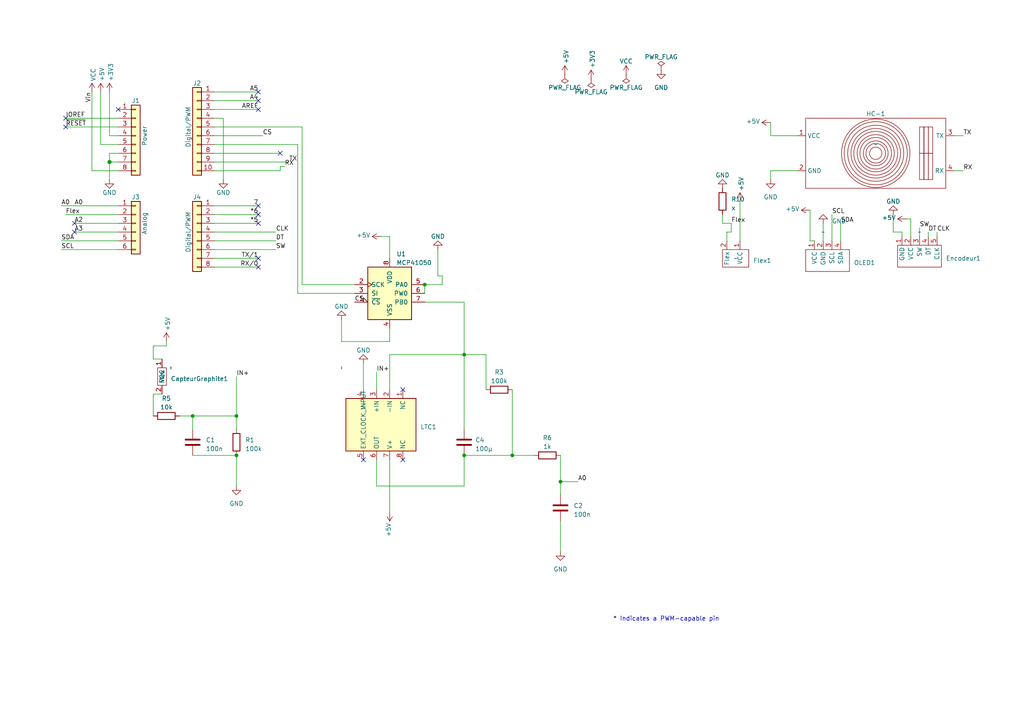
<source format=kicad_sch>
(kicad_sch (version 20230121) (generator eeschema)

  (uuid e63e39d7-6ac0-4ffd-8aa3-1841a4541b55)

  (paper "A4")

  (title_block
    (date "mar. 31 mars 2015")
  )

  (lib_symbols
    (symbol "Bluetooth_HC-05_1" (in_bom yes) (on_board yes)
      (property "Reference" "HC-05" (at 0 12.7 0)
        (effects (font (size 1.27 1.27)))
      )
      (property "Value" "" (at 0 2.54 0)
        (effects (font (size 1.27 1.27)))
      )
      (property "Footprint" "" (at 0 2.54 0)
        (effects (font (size 1.27 1.27)) hide)
      )
      (property "Datasheet" "" (at 0 2.54 0)
        (effects (font (size 1.27 1.27)) hide)
      )
      (symbol "Bluetooth_HC-05_1_0_1"
        (rectangle (start -20.32 10.16) (end 20.32 -10.16)
          (stroke (width 0) (type default))
          (fill (type none))
        )
        (circle (center 0 0) (radius 1.7961)
          (stroke (width 0) (type default))
          (fill (type none))
        )
        (circle (center 0 0) (radius 2.8398)
          (stroke (width 0) (type default))
          (fill (type none))
        )
        (circle (center 0 0) (radius 3.5921)
          (stroke (width 0) (type default))
          (fill (type none))
        )
        (circle (center 0 0) (radius 4.5791)
          (stroke (width 0) (type default))
          (fill (type none))
        )
        (circle (center 0 0) (radius 5.3882)
          (stroke (width 0) (type default))
          (fill (type none))
        )
        (circle (center 0 0) (radius 6.35)
          (stroke (width 0) (type default))
          (fill (type none))
        )
        (circle (center 0 0) (radius 7.1842)
          (stroke (width 0) (type default))
          (fill (type none))
        )
        (circle (center 0 0) (radius 8.132)
          (stroke (width 0) (type default))
          (fill (type none))
        )
        (circle (center 0 0) (radius 9.1581)
          (stroke (width 0) (type default))
          (fill (type none))
        )
        (circle (center 0 0) (radius 9.919)
          (stroke (width 0) (type default))
          (fill (type none))
        )
        (rectangle (start 12.7 0) (end 13.97 -7.62)
          (stroke (width 0) (type default))
          (fill (type none))
        )
        (rectangle (start 12.7 7.62) (end 13.97 0)
          (stroke (width 0) (type default))
          (fill (type none))
        )
        (rectangle (start 13.97 0) (end 15.24 -7.62)
          (stroke (width 0) (type default))
          (fill (type none))
        )
        (rectangle (start 13.97 7.62) (end 15.24 0)
          (stroke (width 0) (type default))
          (fill (type none))
        )
        (rectangle (start 15.24 0) (end 16.51 -7.62)
          (stroke (width 0) (type default))
          (fill (type none))
        )
        (rectangle (start 15.24 7.62) (end 16.51 0)
          (stroke (width 0) (type default))
          (fill (type none))
        )
      )
      (symbol "Bluetooth_HC-05_1_1_1"
        (pin bidirectional line (at -22.86 5.08 0) (length 2.54)
          (name "VCC" (effects (font (size 1.27 1.27))))
          (number "1" (effects (font (size 1.27 1.27))))
        )
        (pin bidirectional line (at -22.86 -5.08 0) (length 2.54)
          (name "GND" (effects (font (size 1.27 1.27))))
          (number "2" (effects (font (size 1.27 1.27))))
        )
        (pin bidirectional line (at 22.86 5.08 180) (length 2.54)
          (name "TX" (effects (font (size 1.27 1.27))))
          (number "3" (effects (font (size 1.27 1.27))))
        )
        (pin bidirectional line (at 22.86 -5.08 180) (length 2.54)
          (name "RX" (effects (font (size 1.27 1.27))))
          (number "4" (effects (font (size 1.27 1.27))))
        )
      )
    )
    (symbol "Capteur_Graphite:CapteurGraphite" (in_bom yes) (on_board yes)
      (property "Reference" "CapteurGraphite" (at 2.54 0 0)
        (effects (font (size 1.27 1.27)))
      )
      (property "Value" "" (at 0 0 0)
        (effects (font (size 1.27 1.27)))
      )
      (property "Footprint" "" (at 0 0 0)
        (effects (font (size 1.27 1.27)) hide)
      )
      (property "Datasheet" "" (at 0 0 0)
        (effects (font (size 1.27 1.27)) hide)
      )
      (symbol "CapteurGraphite_0_1"
        (rectangle (start 0 -1.27) (end 5.08 -3.81)
          (stroke (width 0) (type default))
          (fill (type none))
        )
      )
      (symbol "CapteurGraphite_1_1"
        (pin bidirectional line (at -2.54 -2.54 0) (length 2.54)
          (name "VCC" (effects (font (size 1.27 1.27))))
          (number "1" (effects (font (size 1.27 1.27))))
        )
        (pin bidirectional line (at 7.62 -2.54 180) (length 2.54)
          (name "Flex" (effects (font (size 1.27 1.27))))
          (number "2" (effects (font (size 1.27 1.27))))
        )
      )
    )
    (symbol "Capteur_Graphite:Encodeur" (in_bom yes) (on_board yes)
      (property "Reference" "Encodeur" (at 0 -8.89 0)
        (effects (font (size 1.27 1.27)))
      )
      (property "Value" "" (at 0 0 0)
        (effects (font (size 1.27 1.27)))
      )
      (property "Footprint" "" (at 0 0 0)
        (effects (font (size 1.27 1.27)) hide)
      )
      (property "Datasheet" "" (at 0 0 0)
        (effects (font (size 1.27 1.27)) hide)
      )
      (symbol "Encodeur_0_1"
        (rectangle (start -6.35 -3.81) (end 6.35 -10.16)
          (stroke (width 0) (type default))
          (fill (type none))
        )
      )
      (symbol "Encodeur_1_1"
        (pin bidirectional line (at -5.08 -1.27 270) (length 2.54)
          (name "GND" (effects (font (size 1.27 1.27))))
          (number "1" (effects (font (size 1.27 1.27))))
        )
        (pin bidirectional line (at -2.54 -1.27 270) (length 2.54)
          (name "VCC" (effects (font (size 1.27 1.27))))
          (number "2" (effects (font (size 1.27 1.27))))
        )
        (pin bidirectional line (at 0 -1.27 270) (length 2.54)
          (name "SW" (effects (font (size 1.27 1.27))))
          (number "3" (effects (font (size 1.27 1.27))))
        )
        (pin bidirectional line (at 2.54 -1.27 270) (length 2.54)
          (name "DT" (effects (font (size 1.27 1.27))))
          (number "4" (effects (font (size 1.27 1.27))))
        )
        (pin bidirectional line (at 5.08 -1.27 270) (length 2.54)
          (name "CLK" (effects (font (size 1.27 1.27))))
          (number "5" (effects (font (size 1.27 1.27))))
        )
      )
    )
    (symbol "Capteur_Graphite:Flex" (in_bom yes) (on_board yes)
      (property "Reference" "Flex" (at 0 3.81 0)
        (effects (font (size 1.27 1.27)))
      )
      (property "Value" "" (at 0 0 0)
        (effects (font (size 1.27 1.27)))
      )
      (property "Footprint" "" (at 0 0 0)
        (effects (font (size 1.27 1.27)) hide)
      )
      (property "Datasheet" "" (at 0 0 0)
        (effects (font (size 1.27 1.27)) hide)
      )
      (symbol "Flex_0_1"
        (rectangle (start 3.81 -2.54) (end -3.81 2.54)
          (stroke (width 0) (type default))
          (fill (type none))
        )
      )
      (symbol "Flex_1_1"
        (pin bidirectional line (at -1.27 -5.08 90) (length 2.54)
          (name "VCC" (effects (font (size 1.27 1.27))))
          (number "1" (effects (font (size 1.27 1.27))))
        )
        (pin bidirectional line (at 2.54 -5.08 90) (length 2.54)
          (name "Flex" (effects (font (size 1.27 1.27))))
          (number "2" (effects (font (size 1.27 1.27))))
        )
      )
    )
    (symbol "Capteur_Graphite:LTC1050" (in_bom yes) (on_board yes)
      (property "Reference" "LTC" (at 0 0 0)
        (effects (font (size 1.27 1.27)))
      )
      (property "Value" "" (at 0 0 0)
        (effects (font (size 1.27 1.27)))
      )
      (property "Footprint" "" (at 0 0 0)
        (effects (font (size 1.27 1.27)) hide)
      )
      (property "Datasheet" "" (at 0 0 0)
        (effects (font (size 1.27 1.27)) hide)
      )
      (symbol "LTC1050_0_1"
        (rectangle (start 8.89 21.59) (end 24.13 1.27)
          (stroke (width 0.254) (type default))
          (fill (type background))
        )
      )
      (symbol "LTC1050_1_1"
        (pin bidirectional line (at 6.35 17.78 0) (length 2.54)
          (name "NC" (effects (font (size 1.27 1.27))))
          (number "1" (effects (font (size 1.27 1.27))))
        )
        (pin bidirectional line (at 6.35 13.97 0) (length 2.54)
          (name "-IN" (effects (font (size 1.27 1.27))))
          (number "2" (effects (font (size 1.27 1.27))))
        )
        (pin bidirectional line (at 6.35 10.16 0) (length 2.54)
          (name "+IN" (effects (font (size 1.27 1.27))))
          (number "3" (effects (font (size 1.27 1.27))))
        )
        (pin bidirectional line (at 6.35 6.35 0) (length 2.54)
          (name "V-" (effects (font (size 1.27 1.27))))
          (number "4" (effects (font (size 1.27 1.27))))
        )
        (pin bidirectional line (at 26.67 6.35 180) (length 2.54)
          (name "EXT_CLOCK_INPUT" (effects (font (size 1.27 1.27))))
          (number "5" (effects (font (size 1.27 1.27))))
        )
        (pin bidirectional line (at 26.67 10.16 180) (length 2.54)
          (name "OUT" (effects (font (size 1.27 1.27))))
          (number "6" (effects (font (size 1.27 1.27))))
        )
        (pin bidirectional line (at 26.67 13.97 180) (length 2.54)
          (name "V+" (effects (font (size 1.27 1.27))))
          (number "7" (effects (font (size 1.27 1.27))))
        )
        (pin bidirectional line (at 26.67 17.78 180) (length 2.54)
          (name "NC" (effects (font (size 1.27 1.27))))
          (number "8" (effects (font (size 1.27 1.27))))
        )
      )
    )
    (symbol "Connector_Generic:Conn_01x06" (pin_names (offset 1.016) hide) (in_bom yes) (on_board yes)
      (property "Reference" "J" (at 0 7.62 0)
        (effects (font (size 1.27 1.27)))
      )
      (property "Value" "Conn_01x06" (at 0 -10.16 0)
        (effects (font (size 1.27 1.27)))
      )
      (property "Footprint" "" (at 0 0 0)
        (effects (font (size 1.27 1.27)) hide)
      )
      (property "Datasheet" "~" (at 0 0 0)
        (effects (font (size 1.27 1.27)) hide)
      )
      (property "ki_keywords" "connector" (at 0 0 0)
        (effects (font (size 1.27 1.27)) hide)
      )
      (property "ki_description" "Generic connector, single row, 01x06, script generated (kicad-library-utils/schlib/autogen/connector/)" (at 0 0 0)
        (effects (font (size 1.27 1.27)) hide)
      )
      (property "ki_fp_filters" "Connector*:*_1x??_*" (at 0 0 0)
        (effects (font (size 1.27 1.27)) hide)
      )
      (symbol "Conn_01x06_1_1"
        (rectangle (start -1.27 -7.493) (end 0 -7.747)
          (stroke (width 0.1524) (type default))
          (fill (type none))
        )
        (rectangle (start -1.27 -4.953) (end 0 -5.207)
          (stroke (width 0.1524) (type default))
          (fill (type none))
        )
        (rectangle (start -1.27 -2.413) (end 0 -2.667)
          (stroke (width 0.1524) (type default))
          (fill (type none))
        )
        (rectangle (start -1.27 0.127) (end 0 -0.127)
          (stroke (width 0.1524) (type default))
          (fill (type none))
        )
        (rectangle (start -1.27 2.667) (end 0 2.413)
          (stroke (width 0.1524) (type default))
          (fill (type none))
        )
        (rectangle (start -1.27 5.207) (end 0 4.953)
          (stroke (width 0.1524) (type default))
          (fill (type none))
        )
        (rectangle (start -1.27 6.35) (end 1.27 -8.89)
          (stroke (width 0.254) (type default))
          (fill (type background))
        )
        (pin passive line (at -5.08 5.08 0) (length 3.81)
          (name "Pin_1" (effects (font (size 1.27 1.27))))
          (number "1" (effects (font (size 1.27 1.27))))
        )
        (pin passive line (at -5.08 2.54 0) (length 3.81)
          (name "Pin_2" (effects (font (size 1.27 1.27))))
          (number "2" (effects (font (size 1.27 1.27))))
        )
        (pin passive line (at -5.08 0 0) (length 3.81)
          (name "Pin_3" (effects (font (size 1.27 1.27))))
          (number "3" (effects (font (size 1.27 1.27))))
        )
        (pin passive line (at -5.08 -2.54 0) (length 3.81)
          (name "Pin_4" (effects (font (size 1.27 1.27))))
          (number "4" (effects (font (size 1.27 1.27))))
        )
        (pin passive line (at -5.08 -5.08 0) (length 3.81)
          (name "Pin_5" (effects (font (size 1.27 1.27))))
          (number "5" (effects (font (size 1.27 1.27))))
        )
        (pin passive line (at -5.08 -7.62 0) (length 3.81)
          (name "Pin_6" (effects (font (size 1.27 1.27))))
          (number "6" (effects (font (size 1.27 1.27))))
        )
      )
    )
    (symbol "Connector_Generic:Conn_01x08" (pin_names (offset 1.016) hide) (in_bom yes) (on_board yes)
      (property "Reference" "J" (at 0 10.16 0)
        (effects (font (size 1.27 1.27)))
      )
      (property "Value" "Conn_01x08" (at 0 -12.7 0)
        (effects (font (size 1.27 1.27)))
      )
      (property "Footprint" "" (at 0 0 0)
        (effects (font (size 1.27 1.27)) hide)
      )
      (property "Datasheet" "~" (at 0 0 0)
        (effects (font (size 1.27 1.27)) hide)
      )
      (property "ki_keywords" "connector" (at 0 0 0)
        (effects (font (size 1.27 1.27)) hide)
      )
      (property "ki_description" "Generic connector, single row, 01x08, script generated (kicad-library-utils/schlib/autogen/connector/)" (at 0 0 0)
        (effects (font (size 1.27 1.27)) hide)
      )
      (property "ki_fp_filters" "Connector*:*_1x??_*" (at 0 0 0)
        (effects (font (size 1.27 1.27)) hide)
      )
      (symbol "Conn_01x08_1_1"
        (rectangle (start -1.27 -10.033) (end 0 -10.287)
          (stroke (width 0.1524) (type default))
          (fill (type none))
        )
        (rectangle (start -1.27 -7.493) (end 0 -7.747)
          (stroke (width 0.1524) (type default))
          (fill (type none))
        )
        (rectangle (start -1.27 -4.953) (end 0 -5.207)
          (stroke (width 0.1524) (type default))
          (fill (type none))
        )
        (rectangle (start -1.27 -2.413) (end 0 -2.667)
          (stroke (width 0.1524) (type default))
          (fill (type none))
        )
        (rectangle (start -1.27 0.127) (end 0 -0.127)
          (stroke (width 0.1524) (type default))
          (fill (type none))
        )
        (rectangle (start -1.27 2.667) (end 0 2.413)
          (stroke (width 0.1524) (type default))
          (fill (type none))
        )
        (rectangle (start -1.27 5.207) (end 0 4.953)
          (stroke (width 0.1524) (type default))
          (fill (type none))
        )
        (rectangle (start -1.27 7.747) (end 0 7.493)
          (stroke (width 0.1524) (type default))
          (fill (type none))
        )
        (rectangle (start -1.27 8.89) (end 1.27 -11.43)
          (stroke (width 0.254) (type default))
          (fill (type background))
        )
        (pin passive line (at -5.08 7.62 0) (length 3.81)
          (name "Pin_1" (effects (font (size 1.27 1.27))))
          (number "1" (effects (font (size 1.27 1.27))))
        )
        (pin passive line (at -5.08 5.08 0) (length 3.81)
          (name "Pin_2" (effects (font (size 1.27 1.27))))
          (number "2" (effects (font (size 1.27 1.27))))
        )
        (pin passive line (at -5.08 2.54 0) (length 3.81)
          (name "Pin_3" (effects (font (size 1.27 1.27))))
          (number "3" (effects (font (size 1.27 1.27))))
        )
        (pin passive line (at -5.08 0 0) (length 3.81)
          (name "Pin_4" (effects (font (size 1.27 1.27))))
          (number "4" (effects (font (size 1.27 1.27))))
        )
        (pin passive line (at -5.08 -2.54 0) (length 3.81)
          (name "Pin_5" (effects (font (size 1.27 1.27))))
          (number "5" (effects (font (size 1.27 1.27))))
        )
        (pin passive line (at -5.08 -5.08 0) (length 3.81)
          (name "Pin_6" (effects (font (size 1.27 1.27))))
          (number "6" (effects (font (size 1.27 1.27))))
        )
        (pin passive line (at -5.08 -7.62 0) (length 3.81)
          (name "Pin_7" (effects (font (size 1.27 1.27))))
          (number "7" (effects (font (size 1.27 1.27))))
        )
        (pin passive line (at -5.08 -10.16 0) (length 3.81)
          (name "Pin_8" (effects (font (size 1.27 1.27))))
          (number "8" (effects (font (size 1.27 1.27))))
        )
      )
    )
    (symbol "Connector_Generic:Conn_01x10" (pin_names (offset 1.016) hide) (in_bom yes) (on_board yes)
      (property "Reference" "J" (at 0 12.7 0)
        (effects (font (size 1.27 1.27)))
      )
      (property "Value" "Conn_01x10" (at 0 -15.24 0)
        (effects (font (size 1.27 1.27)))
      )
      (property "Footprint" "" (at 0 0 0)
        (effects (font (size 1.27 1.27)) hide)
      )
      (property "Datasheet" "~" (at 0 0 0)
        (effects (font (size 1.27 1.27)) hide)
      )
      (property "ki_keywords" "connector" (at 0 0 0)
        (effects (font (size 1.27 1.27)) hide)
      )
      (property "ki_description" "Generic connector, single row, 01x10, script generated (kicad-library-utils/schlib/autogen/connector/)" (at 0 0 0)
        (effects (font (size 1.27 1.27)) hide)
      )
      (property "ki_fp_filters" "Connector*:*_1x??_*" (at 0 0 0)
        (effects (font (size 1.27 1.27)) hide)
      )
      (symbol "Conn_01x10_1_1"
        (rectangle (start -1.27 -12.573) (end 0 -12.827)
          (stroke (width 0.1524) (type default))
          (fill (type none))
        )
        (rectangle (start -1.27 -10.033) (end 0 -10.287)
          (stroke (width 0.1524) (type default))
          (fill (type none))
        )
        (rectangle (start -1.27 -7.493) (end 0 -7.747)
          (stroke (width 0.1524) (type default))
          (fill (type none))
        )
        (rectangle (start -1.27 -4.953) (end 0 -5.207)
          (stroke (width 0.1524) (type default))
          (fill (type none))
        )
        (rectangle (start -1.27 -2.413) (end 0 -2.667)
          (stroke (width 0.1524) (type default))
          (fill (type none))
        )
        (rectangle (start -1.27 0.127) (end 0 -0.127)
          (stroke (width 0.1524) (type default))
          (fill (type none))
        )
        (rectangle (start -1.27 2.667) (end 0 2.413)
          (stroke (width 0.1524) (type default))
          (fill (type none))
        )
        (rectangle (start -1.27 5.207) (end 0 4.953)
          (stroke (width 0.1524) (type default))
          (fill (type none))
        )
        (rectangle (start -1.27 7.747) (end 0 7.493)
          (stroke (width 0.1524) (type default))
          (fill (type none))
        )
        (rectangle (start -1.27 10.287) (end 0 10.033)
          (stroke (width 0.1524) (type default))
          (fill (type none))
        )
        (rectangle (start -1.27 11.43) (end 1.27 -13.97)
          (stroke (width 0.254) (type default))
          (fill (type background))
        )
        (pin passive line (at -5.08 10.16 0) (length 3.81)
          (name "Pin_1" (effects (font (size 1.27 1.27))))
          (number "1" (effects (font (size 1.27 1.27))))
        )
        (pin passive line (at -5.08 -12.7 0) (length 3.81)
          (name "Pin_10" (effects (font (size 1.27 1.27))))
          (number "10" (effects (font (size 1.27 1.27))))
        )
        (pin passive line (at -5.08 7.62 0) (length 3.81)
          (name "Pin_2" (effects (font (size 1.27 1.27))))
          (number "2" (effects (font (size 1.27 1.27))))
        )
        (pin passive line (at -5.08 5.08 0) (length 3.81)
          (name "Pin_3" (effects (font (size 1.27 1.27))))
          (number "3" (effects (font (size 1.27 1.27))))
        )
        (pin passive line (at -5.08 2.54 0) (length 3.81)
          (name "Pin_4" (effects (font (size 1.27 1.27))))
          (number "4" (effects (font (size 1.27 1.27))))
        )
        (pin passive line (at -5.08 0 0) (length 3.81)
          (name "Pin_5" (effects (font (size 1.27 1.27))))
          (number "5" (effects (font (size 1.27 1.27))))
        )
        (pin passive line (at -5.08 -2.54 0) (length 3.81)
          (name "Pin_6" (effects (font (size 1.27 1.27))))
          (number "6" (effects (font (size 1.27 1.27))))
        )
        (pin passive line (at -5.08 -5.08 0) (length 3.81)
          (name "Pin_7" (effects (font (size 1.27 1.27))))
          (number "7" (effects (font (size 1.27 1.27))))
        )
        (pin passive line (at -5.08 -7.62 0) (length 3.81)
          (name "Pin_8" (effects (font (size 1.27 1.27))))
          (number "8" (effects (font (size 1.27 1.27))))
        )
        (pin passive line (at -5.08 -10.16 0) (length 3.81)
          (name "Pin_9" (effects (font (size 1.27 1.27))))
          (number "9" (effects (font (size 1.27 1.27))))
        )
      )
    )
    (symbol "Device:C" (pin_numbers hide) (pin_names (offset 0.254)) (in_bom yes) (on_board yes)
      (property "Reference" "C" (at 0.635 2.54 0)
        (effects (font (size 1.27 1.27)) (justify left))
      )
      (property "Value" "C" (at 0.635 -2.54 0)
        (effects (font (size 1.27 1.27)) (justify left))
      )
      (property "Footprint" "" (at 0.9652 -3.81 0)
        (effects (font (size 1.27 1.27)) hide)
      )
      (property "Datasheet" "~" (at 0 0 0)
        (effects (font (size 1.27 1.27)) hide)
      )
      (property "ki_keywords" "cap capacitor" (at 0 0 0)
        (effects (font (size 1.27 1.27)) hide)
      )
      (property "ki_description" "Unpolarized capacitor" (at 0 0 0)
        (effects (font (size 1.27 1.27)) hide)
      )
      (property "ki_fp_filters" "C_*" (at 0 0 0)
        (effects (font (size 1.27 1.27)) hide)
      )
      (symbol "C_0_1"
        (polyline
          (pts
            (xy -2.032 -0.762)
            (xy 2.032 -0.762)
          )
          (stroke (width 0.508) (type default))
          (fill (type none))
        )
        (polyline
          (pts
            (xy -2.032 0.762)
            (xy 2.032 0.762)
          )
          (stroke (width 0.508) (type default))
          (fill (type none))
        )
      )
      (symbol "C_1_1"
        (pin passive line (at 0 3.81 270) (length 2.794)
          (name "~" (effects (font (size 1.27 1.27))))
          (number "1" (effects (font (size 1.27 1.27))))
        )
        (pin passive line (at 0 -3.81 90) (length 2.794)
          (name "~" (effects (font (size 1.27 1.27))))
          (number "2" (effects (font (size 1.27 1.27))))
        )
      )
    )
    (symbol "Device:R" (pin_numbers hide) (pin_names (offset 0)) (in_bom yes) (on_board yes)
      (property "Reference" "R" (at 2.032 0 90)
        (effects (font (size 1.27 1.27)))
      )
      (property "Value" "R" (at 0 0 90)
        (effects (font (size 1.27 1.27)))
      )
      (property "Footprint" "" (at -1.778 0 90)
        (effects (font (size 1.27 1.27)) hide)
      )
      (property "Datasheet" "~" (at 0 0 0)
        (effects (font (size 1.27 1.27)) hide)
      )
      (property "ki_keywords" "R res resistor" (at 0 0 0)
        (effects (font (size 1.27 1.27)) hide)
      )
      (property "ki_description" "Resistor" (at 0 0 0)
        (effects (font (size 1.27 1.27)) hide)
      )
      (property "ki_fp_filters" "R_*" (at 0 0 0)
        (effects (font (size 1.27 1.27)) hide)
      )
      (symbol "R_0_1"
        (rectangle (start -1.016 -2.54) (end 1.016 2.54)
          (stroke (width 0.254) (type default))
          (fill (type none))
        )
      )
      (symbol "R_1_1"
        (pin passive line (at 0 3.81 270) (length 1.27)
          (name "~" (effects (font (size 1.27 1.27))))
          (number "1" (effects (font (size 1.27 1.27))))
        )
        (pin passive line (at 0 -3.81 90) (length 1.27)
          (name "~" (effects (font (size 1.27 1.27))))
          (number "2" (effects (font (size 1.27 1.27))))
        )
      )
    )
    (symbol "GND_1" (power) (pin_names (offset 0)) (in_bom yes) (on_board yes)
      (property "Reference" "#PWR" (at 0 -6.35 0)
        (effects (font (size 1.27 1.27)) hide)
      )
      (property "Value" "GND_1" (at 0 -3.81 0)
        (effects (font (size 1.27 1.27)))
      )
      (property "Footprint" "" (at 0 0 0)
        (effects (font (size 1.27 1.27)) hide)
      )
      (property "Datasheet" "" (at 0 0 0)
        (effects (font (size 1.27 1.27)) hide)
      )
      (property "ki_keywords" "global power" (at 0 0 0)
        (effects (font (size 1.27 1.27)) hide)
      )
      (property "ki_description" "Power symbol creates a global label with name \"GND\" , ground" (at 0 0 0)
        (effects (font (size 1.27 1.27)) hide)
      )
      (symbol "GND_1_0_1"
        (polyline
          (pts
            (xy 0 0)
            (xy 0 -1.27)
            (xy 1.27 -1.27)
            (xy 0 -2.54)
            (xy -1.27 -1.27)
            (xy 0 -1.27)
          )
          (stroke (width 0) (type default))
          (fill (type none))
        )
      )
      (symbol "GND_1_1_1"
        (pin power_in line (at 0 0 270) (length 0) hide
          (name "GND" (effects (font (size 1.27 1.27))))
          (number "1" (effects (font (size 1.27 1.27))))
        )
      )
    )
    (symbol "GND_2" (power) (pin_names (offset 0)) (in_bom yes) (on_board yes)
      (property "Reference" "#PWR" (at 0 -6.35 0)
        (effects (font (size 1.27 1.27)) hide)
      )
      (property "Value" "GND_2" (at 0 -3.81 0)
        (effects (font (size 1.27 1.27)))
      )
      (property "Footprint" "" (at 0 0 0)
        (effects (font (size 1.27 1.27)) hide)
      )
      (property "Datasheet" "" (at 0 0 0)
        (effects (font (size 1.27 1.27)) hide)
      )
      (property "ki_keywords" "global power" (at 0 0 0)
        (effects (font (size 1.27 1.27)) hide)
      )
      (property "ki_description" "Power symbol creates a global label with name \"GND\" , ground" (at 0 0 0)
        (effects (font (size 1.27 1.27)) hide)
      )
      (symbol "GND_2_0_1"
        (polyline
          (pts
            (xy 0 0)
            (xy 0 -1.27)
            (xy 1.27 -1.27)
            (xy 0 -2.54)
            (xy -1.27 -1.27)
            (xy 0 -1.27)
          )
          (stroke (width 0) (type default))
          (fill (type none))
        )
      )
      (symbol "GND_2_1_1"
        (pin power_in line (at 0 0 270) (length 0) hide
          (name "GND" (effects (font (size 1.27 1.27))))
          (number "1" (effects (font (size 1.27 1.27))))
        )
      )
    )
    (symbol "OLED_1" (in_bom yes) (on_board yes)
      (property "Reference" "OLED" (at 0 0 0)
        (effects (font (size 1.27 1.27)))
      )
      (property "Value" "" (at 0 0 0)
        (effects (font (size 1.27 1.27)))
      )
      (property "Footprint" "" (at 0 0 0)
        (effects (font (size 1.27 1.27)) hide)
      )
      (property "Datasheet" "" (at 0 0 0)
        (effects (font (size 1.27 1.27)) hide)
      )
      (symbol "OLED_1_0_1"
        (rectangle (start 7.62 -5.08) (end -5.08 -11.43)
          (stroke (width 0) (type default))
          (fill (type none))
        )
      )
      (symbol "OLED_1_1_1"
        (pin bidirectional line (at -2.54 -2.54 270) (length 2.54)
          (name "VCC" (effects (font (size 1.27 1.27))))
          (number "1" (effects (font (size 1.27 1.27))))
        )
        (pin bidirectional line (at 0 -2.54 270) (length 2.54)
          (name "GND" (effects (font (size 1.27 1.27))))
          (number "2" (effects (font (size 1.27 1.27))))
        )
        (pin bidirectional line (at 2.54 -2.54 270) (length 2.54)
          (name "SCL" (effects (font (size 1.27 1.27))))
          (number "3" (effects (font (size 1.27 1.27))))
        )
        (pin bidirectional line (at 5.08 -2.54 270) (length 2.54)
          (name "SDA" (effects (font (size 1.27 1.27))))
          (number "4" (effects (font (size 1.27 1.27))))
        )
      )
    )
    (symbol "Potentiometer_Digital:MCP41050" (pin_names (offset 1.016)) (in_bom yes) (on_board yes)
      (property "Reference" "U" (at -6.35 8.89 0)
        (effects (font (size 1.27 1.27)) (justify left))
      )
      (property "Value" "MCP41050" (at 1.27 8.89 0)
        (effects (font (size 1.27 1.27)) (justify left))
      )
      (property "Footprint" "" (at 0 0 0)
        (effects (font (size 1.27 1.27)) hide)
      )
      (property "Datasheet" "http://ww1.microchip.com/downloads/en/DeviceDoc/11195c.pdf" (at 0 0 0)
        (effects (font (size 1.27 1.27)) hide)
      )
      (property "ki_keywords" "R POT" (at 0 0 0)
        (effects (font (size 1.27 1.27)) hide)
      )
      (property "ki_description" "Single Digital Potentiometer, SPI interface, 256 taps, 50 kohm" (at 0 0 0)
        (effects (font (size 1.27 1.27)) hide)
      )
      (property "ki_fp_filters" "DIP*W7.62mm* SOIC*P1.27mm*" (at 0 0 0)
        (effects (font (size 1.27 1.27)) hide)
      )
      (symbol "MCP41050_0_1"
        (rectangle (start -6.35 7.62) (end 6.35 -7.62)
          (stroke (width 0.254) (type default))
          (fill (type background))
        )
      )
      (symbol "MCP41050_1_1"
        (pin input input_low (at -10.16 -2.54 0) (length 3.81)
          (name "~{CS}" (effects (font (size 1.27 1.27))))
          (number "1" (effects (font (size 1.27 1.27))))
        )
        (pin passive clock (at -10.16 2.54 0) (length 3.81)
          (name "SCK" (effects (font (size 1.27 1.27))))
          (number "2" (effects (font (size 1.27 1.27))))
        )
        (pin input line (at -10.16 0 0) (length 3.81)
          (name "SI" (effects (font (size 1.27 1.27))))
          (number "3" (effects (font (size 1.27 1.27))))
        )
        (pin power_in line (at 0 -10.16 90) (length 2.54)
          (name "VSS" (effects (font (size 1.27 1.27))))
          (number "4" (effects (font (size 1.27 1.27))))
        )
        (pin passive line (at 10.16 2.54 180) (length 3.81)
          (name "PA0" (effects (font (size 1.27 1.27))))
          (number "5" (effects (font (size 1.27 1.27))))
        )
        (pin passive line (at 10.16 0 180) (length 3.81)
          (name "PW0" (effects (font (size 1.27 1.27))))
          (number "6" (effects (font (size 1.27 1.27))))
        )
        (pin passive line (at 10.16 -2.54 180) (length 3.81)
          (name "PB0" (effects (font (size 1.27 1.27))))
          (number "7" (effects (font (size 1.27 1.27))))
        )
        (pin power_in line (at 0 10.16 270) (length 2.54)
          (name "VDD" (effects (font (size 1.27 1.27))))
          (number "8" (effects (font (size 1.27 1.27))))
        )
      )
    )
    (symbol "VCC_1" (power) (pin_names (offset 0)) (in_bom yes) (on_board yes)
      (property "Reference" "#PWR" (at 0 -3.81 0)
        (effects (font (size 1.27 1.27)) hide)
      )
      (property "Value" "VCC_1" (at 0 3.81 0)
        (effects (font (size 1.27 1.27)))
      )
      (property "Footprint" "" (at 0 0 0)
        (effects (font (size 1.27 1.27)) hide)
      )
      (property "Datasheet" "" (at 0 0 0)
        (effects (font (size 1.27 1.27)) hide)
      )
      (property "ki_keywords" "global power" (at 0 0 0)
        (effects (font (size 1.27 1.27)) hide)
      )
      (property "ki_description" "Power symbol creates a global label with name \"VCC\"" (at 0 0 0)
        (effects (font (size 1.27 1.27)) hide)
      )
      (symbol "VCC_1_0_1"
        (polyline
          (pts
            (xy -0.762 1.27)
            (xy 0 2.54)
          )
          (stroke (width 0) (type default))
          (fill (type none))
        )
        (polyline
          (pts
            (xy 0 0)
            (xy 0 2.54)
          )
          (stroke (width 0) (type default))
          (fill (type none))
        )
        (polyline
          (pts
            (xy 0 2.54)
            (xy 0.762 1.27)
          )
          (stroke (width 0) (type default))
          (fill (type none))
        )
      )
      (symbol "VCC_1_1_1"
        (pin power_in line (at 0 0 90) (length 0) hide
          (name "VCC" (effects (font (size 1.27 1.27))))
          (number "1" (effects (font (size 1.27 1.27))))
        )
      )
    )
    (symbol "power:+3V3" (power) (pin_names (offset 0)) (in_bom yes) (on_board yes)
      (property "Reference" "#PWR" (at 0 -3.81 0)
        (effects (font (size 1.27 1.27)) hide)
      )
      (property "Value" "+3V3" (at 0 3.556 0)
        (effects (font (size 1.27 1.27)))
      )
      (property "Footprint" "" (at 0 0 0)
        (effects (font (size 1.27 1.27)) hide)
      )
      (property "Datasheet" "" (at 0 0 0)
        (effects (font (size 1.27 1.27)) hide)
      )
      (property "ki_keywords" "power-flag" (at 0 0 0)
        (effects (font (size 1.27 1.27)) hide)
      )
      (property "ki_description" "Power symbol creates a global label with name \"+3V3\"" (at 0 0 0)
        (effects (font (size 1.27 1.27)) hide)
      )
      (symbol "+3V3_0_1"
        (polyline
          (pts
            (xy -0.762 1.27)
            (xy 0 2.54)
          )
          (stroke (width 0) (type default))
          (fill (type none))
        )
        (polyline
          (pts
            (xy 0 0)
            (xy 0 2.54)
          )
          (stroke (width 0) (type default))
          (fill (type none))
        )
        (polyline
          (pts
            (xy 0 2.54)
            (xy 0.762 1.27)
          )
          (stroke (width 0) (type default))
          (fill (type none))
        )
      )
      (symbol "+3V3_1_1"
        (pin power_in line (at 0 0 90) (length 0) hide
          (name "+3V3" (effects (font (size 1.27 1.27))))
          (number "1" (effects (font (size 1.27 1.27))))
        )
      )
    )
    (symbol "power:+5V" (power) (pin_names (offset 0)) (in_bom yes) (on_board yes)
      (property "Reference" "#PWR" (at 0 -3.81 0)
        (effects (font (size 1.27 1.27)) hide)
      )
      (property "Value" "+5V" (at 0 3.556 0)
        (effects (font (size 1.27 1.27)))
      )
      (property "Footprint" "" (at 0 0 0)
        (effects (font (size 1.27 1.27)) hide)
      )
      (property "Datasheet" "" (at 0 0 0)
        (effects (font (size 1.27 1.27)) hide)
      )
      (property "ki_keywords" "power-flag" (at 0 0 0)
        (effects (font (size 1.27 1.27)) hide)
      )
      (property "ki_description" "Power symbol creates a global label with name \"+5V\"" (at 0 0 0)
        (effects (font (size 1.27 1.27)) hide)
      )
      (symbol "+5V_0_1"
        (polyline
          (pts
            (xy -0.762 1.27)
            (xy 0 2.54)
          )
          (stroke (width 0) (type default))
          (fill (type none))
        )
        (polyline
          (pts
            (xy 0 0)
            (xy 0 2.54)
          )
          (stroke (width 0) (type default))
          (fill (type none))
        )
        (polyline
          (pts
            (xy 0 2.54)
            (xy 0.762 1.27)
          )
          (stroke (width 0) (type default))
          (fill (type none))
        )
      )
      (symbol "+5V_1_1"
        (pin power_in line (at 0 0 90) (length 0) hide
          (name "+5V" (effects (font (size 1.27 1.27))))
          (number "1" (effects (font (size 1.27 1.27))))
        )
      )
    )
    (symbol "power:GND" (power) (pin_names (offset 0)) (in_bom yes) (on_board yes)
      (property "Reference" "#PWR" (at 0 -6.35 0)
        (effects (font (size 1.27 1.27)) hide)
      )
      (property "Value" "GND" (at 0 -3.81 0)
        (effects (font (size 1.27 1.27)))
      )
      (property "Footprint" "" (at 0 0 0)
        (effects (font (size 1.27 1.27)) hide)
      )
      (property "Datasheet" "" (at 0 0 0)
        (effects (font (size 1.27 1.27)) hide)
      )
      (property "ki_keywords" "power-flag" (at 0 0 0)
        (effects (font (size 1.27 1.27)) hide)
      )
      (property "ki_description" "Power symbol creates a global label with name \"GND\" , ground" (at 0 0 0)
        (effects (font (size 1.27 1.27)) hide)
      )
      (symbol "GND_0_1"
        (polyline
          (pts
            (xy 0 0)
            (xy 0 -1.27)
            (xy 1.27 -1.27)
            (xy 0 -2.54)
            (xy -1.27 -1.27)
            (xy 0 -1.27)
          )
          (stroke (width 0) (type default))
          (fill (type none))
        )
      )
      (symbol "GND_1_1"
        (pin power_in line (at 0 0 270) (length 0) hide
          (name "GND" (effects (font (size 1.27 1.27))))
          (number "1" (effects (font (size 1.27 1.27))))
        )
      )
    )
    (symbol "power:PWR_FLAG" (power) (pin_numbers hide) (pin_names (offset 0) hide) (in_bom yes) (on_board yes)
      (property "Reference" "#FLG" (at 0 1.905 0)
        (effects (font (size 1.27 1.27)) hide)
      )
      (property "Value" "PWR_FLAG" (at 0 3.81 0)
        (effects (font (size 1.27 1.27)))
      )
      (property "Footprint" "" (at 0 0 0)
        (effects (font (size 1.27 1.27)) hide)
      )
      (property "Datasheet" "~" (at 0 0 0)
        (effects (font (size 1.27 1.27)) hide)
      )
      (property "ki_keywords" "flag power" (at 0 0 0)
        (effects (font (size 1.27 1.27)) hide)
      )
      (property "ki_description" "Special symbol for telling ERC where power comes from" (at 0 0 0)
        (effects (font (size 1.27 1.27)) hide)
      )
      (symbol "PWR_FLAG_0_0"
        (pin power_out line (at 0 0 90) (length 0)
          (name "pwr" (effects (font (size 1.27 1.27))))
          (number "1" (effects (font (size 1.27 1.27))))
        )
      )
      (symbol "PWR_FLAG_0_1"
        (polyline
          (pts
            (xy 0 0)
            (xy 0 1.27)
            (xy -1.016 1.905)
            (xy 0 2.54)
            (xy 1.016 1.905)
            (xy 0 1.27)
          )
          (stroke (width 0) (type default))
          (fill (type none))
        )
      )
    )
    (symbol "power:VCC" (power) (pin_names (offset 0)) (in_bom yes) (on_board yes)
      (property "Reference" "#PWR" (at 0 -3.81 0)
        (effects (font (size 1.27 1.27)) hide)
      )
      (property "Value" "VCC" (at 0 3.81 0)
        (effects (font (size 1.27 1.27)))
      )
      (property "Footprint" "" (at 0 0 0)
        (effects (font (size 1.27 1.27)) hide)
      )
      (property "Datasheet" "" (at 0 0 0)
        (effects (font (size 1.27 1.27)) hide)
      )
      (property "ki_keywords" "power-flag" (at 0 0 0)
        (effects (font (size 1.27 1.27)) hide)
      )
      (property "ki_description" "Power symbol creates a global label with name \"VCC\"" (at 0 0 0)
        (effects (font (size 1.27 1.27)) hide)
      )
      (symbol "VCC_0_1"
        (polyline
          (pts
            (xy -0.762 1.27)
            (xy 0 2.54)
          )
          (stroke (width 0) (type default))
          (fill (type none))
        )
        (polyline
          (pts
            (xy 0 0)
            (xy 0 2.54)
          )
          (stroke (width 0) (type default))
          (fill (type none))
        )
        (polyline
          (pts
            (xy 0 2.54)
            (xy 0.762 1.27)
          )
          (stroke (width 0) (type default))
          (fill (type none))
        )
      )
      (symbol "VCC_1_1"
        (pin power_in line (at 0 0 90) (length 0) hide
          (name "VCC" (effects (font (size 1.27 1.27))))
          (number "1" (effects (font (size 1.27 1.27))))
        )
      )
    )
  )

  (junction (at 162.56 139.7) (diameter 0) (color 0 0 0 0)
    (uuid 00260ce9-e8cf-4de8-a640-2feab5f32d0f)
  )
  (junction (at 68.58 132.08) (diameter 0) (color 0 0 0 0)
    (uuid 1513eda7-bb95-4882-b879-c0b8040feb7b)
  )
  (junction (at 123.19 82.55) (diameter 0) (color 0 0 0 0)
    (uuid 1cbcdcd1-028d-48d4-be30-2bf079660f9b)
  )
  (junction (at 134.62 102.87) (diameter 0) (color 0 0 0 0)
    (uuid 346a6de8-cee6-4fc1-95ec-af72059de1b9)
  )
  (junction (at 31.75 46.99) (diameter 1.016) (color 0 0 0 0)
    (uuid 3dcc657b-55a1-48e0-9667-e01e7b6b08b5)
  )
  (junction (at 55.88 120.65) (diameter 0) (color 0 0 0 0)
    (uuid 4eff8861-91b4-4df0-b831-ff2a771e2e42)
  )
  (junction (at 148.59 132.08) (diameter 0) (color 0 0 0 0)
    (uuid 60e24aaf-557b-4b2e-9a3a-da69dea49e6b)
  )
  (junction (at 68.58 120.65) (diameter 0) (color 0 0 0 0)
    (uuid 7c937962-3994-4119-a4c3-9b629a572d3c)
  )
  (junction (at 134.62 132.08) (diameter 0) (color 0 0 0 0)
    (uuid daea0f2b-9bd0-4d5f-a880-8b664065d10c)
  )

  (no_connect (at 74.93 77.47) (uuid 10ae4ddc-0317-4ccc-8c5e-6c007b8ff407))
  (no_connect (at 21.59 64.77) (uuid 11854fbb-a831-4c74-a3d7-13d0919f51a3))
  (no_connect (at 74.93 64.77) (uuid 22c20390-3357-4963-9fcb-a6abdd905e37))
  (no_connect (at 81.28 44.45) (uuid 28f40a46-d88f-4f74-a9ce-8c814dcae6ed))
  (no_connect (at 74.93 59.69) (uuid 3bea4a53-04d7-46d6-9959-936e69a2e92c))
  (no_connect (at 116.84 133.35) (uuid 9af42bb3-850b-418e-b4cd-2b9a23bf6002))
  (no_connect (at 19.05 34.29) (uuid ab9f54e1-2e70-4010-9c50-0ebf9a1e8752))
  (no_connect (at 21.59 67.31) (uuid ad426990-e7bf-4055-b363-a4530d5c1e73))
  (no_connect (at 74.93 29.21) (uuid b7e9a650-ffcf-4267-bcc4-aceae23479f2))
  (no_connect (at 116.84 113.03) (uuid b82e6b1a-5ac2-458a-8370-db0d5cc61a7f))
  (no_connect (at 19.05 36.83) (uuid bb83f975-77c6-43c6-ad5c-0370298015c4))
  (no_connect (at 74.93 31.75) (uuid c00b0a00-544d-4ca6-a440-82f94f08c31a))
  (no_connect (at 74.93 62.23) (uuid c9a5b595-36ee-4d91-833a-59e0ac14de75))
  (no_connect (at 105.41 133.35) (uuid cf765685-7ad9-4731-9c7f-cd333687032f))
  (no_connect (at 74.93 26.67) (uuid d0ad45b7-af98-45d0-abeb-f3a444175514))
  (no_connect (at 34.29 31.75) (uuid d181157c-7812-47e5-a0cf-9580c905fc86))
  (no_connect (at 74.93 74.93) (uuid fac26c95-5b6a-420d-b35a-7008c7b4c6f4))

  (wire (pts (xy 62.23 77.47) (xy 74.93 77.47))
    (stroke (width 0) (type solid))
    (uuid 010ba307-2067-49d3-b0fa-6414143f3fc2)
  )
  (wire (pts (xy 210.82 67.31) (xy 210.82 69.85))
    (stroke (width 0) (type default))
    (uuid 0270eeab-88cf-4d48-9691-7385071d5c27)
  )
  (wire (pts (xy 68.58 109.22) (xy 68.58 120.65))
    (stroke (width 0) (type default))
    (uuid 02f13f9f-db6e-410b-b35d-3f60ccf82690)
  )
  (wire (pts (xy 48.26 99.06) (xy 48.26 100.33))
    (stroke (width 0) (type default))
    (uuid 091a0af1-b448-499c-a56f-b5a0a4c86140)
  )
  (wire (pts (xy 223.52 49.53) (xy 223.52 52.07))
    (stroke (width 0) (type default))
    (uuid 095dd330-1f01-4b3c-ae1b-2a5c63b2d4c2)
  )
  (wire (pts (xy 259.08 62.23) (xy 259.08 67.31))
    (stroke (width 0) (type default))
    (uuid 0b016cd0-fcba-4b31-be13-5f443d4c0790)
  )
  (wire (pts (xy 148.59 132.08) (xy 154.94 132.08))
    (stroke (width 0) (type default))
    (uuid 0d651ef6-e5f4-4491-8649-14228d1c7368)
  )
  (wire (pts (xy 62.23 26.67) (xy 74.93 26.67))
    (stroke (width 0) (type solid))
    (uuid 0f5d2189-4ead-42fa-8f7a-cfa3af4de132)
  )
  (wire (pts (xy 87.63 82.55) (xy 87.63 36.83))
    (stroke (width 0) (type default))
    (uuid 10a6b428-3a33-4b97-9ae3-450ff59d8e91)
  )
  (wire (pts (xy 62.23 72.39) (xy 80.01 72.39))
    (stroke (width 0) (type default))
    (uuid 10c3a585-418f-455a-8841-401db9ab59dc)
  )
  (wire (pts (xy 55.88 120.65) (xy 55.88 124.46))
    (stroke (width 0) (type default))
    (uuid 13f4cbf8-5361-42e4-8327-843ccd670acc)
  )
  (wire (pts (xy 276.86 49.53) (xy 279.4 49.53))
    (stroke (width 0) (type default))
    (uuid 19cac4fc-93ef-4a5b-967d-6be8c7086c6b)
  )
  (wire (pts (xy 31.75 44.45) (xy 31.75 46.99))
    (stroke (width 0) (type solid))
    (uuid 1c31b835-925f-4a5c-92df-8f2558bb711b)
  )
  (wire (pts (xy 134.62 87.63) (xy 134.62 102.87))
    (stroke (width 0) (type default))
    (uuid 1e1ead22-cf79-472e-9b6d-a6e70b4317a6)
  )
  (wire (pts (xy 128.27 82.55) (xy 128.27 80.01))
    (stroke (width 0) (type default))
    (uuid 1eb1436f-a86a-4e40-863e-5e9d1ba1f2ea)
  )
  (wire (pts (xy 148.59 113.03) (xy 148.59 132.08))
    (stroke (width 0) (type default))
    (uuid 1f0ba895-406b-458e-9130-e42c8ea1d6a5)
  )
  (wire (pts (xy 223.52 49.53) (xy 231.14 49.53))
    (stroke (width 0) (type default))
    (uuid 298da06f-aff2-4c3b-b13b-6c1665af5418)
  )
  (wire (pts (xy 162.56 139.7) (xy 162.56 143.51))
    (stroke (width 0) (type default))
    (uuid 2c8deeb8-3f3f-4847-8c39-89d482b48f21)
  )
  (wire (pts (xy 31.75 46.99) (xy 31.75 52.07))
    (stroke (width 0) (type solid))
    (uuid 2df788b2-ce68-49bc-a497-4b6570a17f30)
  )
  (wire (pts (xy 44.45 104.14) (xy 46.99 104.14))
    (stroke (width 0) (type default))
    (uuid 2eb0f089-a1a1-4a87-97d7-f35d52f3a9a4)
  )
  (wire (pts (xy 31.75 39.37) (xy 34.29 39.37))
    (stroke (width 0) (type solid))
    (uuid 3334b11d-5a13-40b4-a117-d693c543e4ab)
  )
  (wire (pts (xy 29.21 41.91) (xy 34.29 41.91))
    (stroke (width 0) (type solid))
    (uuid 3661f80c-fef8-4441-83be-df8930b3b45e)
  )
  (wire (pts (xy 29.21 26.67) (xy 29.21 41.91))
    (stroke (width 0) (type solid))
    (uuid 392bf1f6-bf67-427d-8d4c-0a87cb757556)
  )
  (wire (pts (xy 81.28 49.53) (xy 62.23 49.53))
    (stroke (width 0) (type default))
    (uuid 3dcdd525-e412-4e60-82b3-328437cc28bd)
  )
  (wire (pts (xy 223.52 39.37) (xy 231.14 39.37))
    (stroke (width 0) (type default))
    (uuid 41e28295-85e8-49b0-b224-7e65c950f88e)
  )
  (wire (pts (xy 62.23 36.83) (xy 87.63 36.83))
    (stroke (width 0) (type solid))
    (uuid 4227fa6f-c399-4f14-8228-23e39d2b7e7d)
  )
  (wire (pts (xy 210.82 67.31) (xy 212.09 67.31))
    (stroke (width 0) (type default))
    (uuid 43d06c87-e485-4368-8e21-cf422bb498f9)
  )
  (wire (pts (xy 31.75 26.67) (xy 31.75 39.37))
    (stroke (width 0) (type solid))
    (uuid 442fb4de-4d55-45de-bc27-3e6222ceb890)
  )
  (wire (pts (xy 140.97 102.87) (xy 134.62 102.87))
    (stroke (width 0) (type default))
    (uuid 444bc571-a916-4070-8b7c-22f2e5ddf773)
  )
  (wire (pts (xy 62.23 59.69) (xy 74.93 59.69))
    (stroke (width 0) (type solid))
    (uuid 4455ee2e-5642-42c1-a83b-f7e65fa0c2f1)
  )
  (wire (pts (xy 17.78 59.69) (xy 34.29 59.69))
    (stroke (width 0) (type solid))
    (uuid 486ca832-85f4-4989-b0f4-569faf9be534)
  )
  (wire (pts (xy 62.23 39.37) (xy 76.2 39.37))
    (stroke (width 0) (type solid))
    (uuid 4a910b57-a5cd-4105-ab4f-bde2a80d4f00)
  )
  (wire (pts (xy 241.3 62.23) (xy 241.3 69.85))
    (stroke (width 0) (type default))
    (uuid 4c20bcc4-0263-49c8-979a-89a7c5855920)
  )
  (wire (pts (xy 261.62 67.31) (xy 261.62 68.58))
    (stroke (width 0) (type default))
    (uuid 4c45e488-78f9-4ed5-a36d-6fe209e38a43)
  )
  (wire (pts (xy 62.23 62.23) (xy 74.93 62.23))
    (stroke (width 0) (type solid))
    (uuid 4e60e1af-19bd-45a0-b418-b7030b594dde)
  )
  (wire (pts (xy 113.03 133.35) (xy 113.03 148.59))
    (stroke (width 0) (type default))
    (uuid 4fc0f07c-847e-4fe4-9519-9135da32f4bb)
  )
  (wire (pts (xy 243.84 64.77) (xy 243.84 69.85))
    (stroke (width 0) (type default))
    (uuid 5051408c-ca9e-4597-b928-69c69b4be6d9)
  )
  (wire (pts (xy 127 72.39) (xy 127 80.01))
    (stroke (width 0) (type default))
    (uuid 53dd0432-6d55-4626-b53b-cf7c0be9aaa4)
  )
  (wire (pts (xy 128.27 80.01) (xy 127 80.01))
    (stroke (width 0) (type default))
    (uuid 54c236ff-2659-424c-b9a6-b1120296b75d)
  )
  (wire (pts (xy 214.63 58.42) (xy 214.63 69.85))
    (stroke (width 0) (type default))
    (uuid 57e23a8c-afd1-4054-8102-a227f5e01bbd)
  )
  (wire (pts (xy 123.19 82.55) (xy 123.19 85.09))
    (stroke (width 0) (type default))
    (uuid 5a8a5847-3449-4692-bb52-007bf8de413b)
  )
  (wire (pts (xy 162.56 139.7) (xy 167.64 139.7))
    (stroke (width 0) (type default))
    (uuid 5c5bdb96-f350-460a-8bac-94458e83316f)
  )
  (wire (pts (xy 123.19 87.63) (xy 134.62 87.63))
    (stroke (width 0) (type default))
    (uuid 5d28a577-90e1-483a-9f6b-2b5440a65c60)
  )
  (wire (pts (xy 86.36 85.09) (xy 86.36 41.91))
    (stroke (width 0) (type default))
    (uuid 6080a6e1-4c02-467a-af27-d465a0e1ee3d)
  )
  (wire (pts (xy 140.97 113.03) (xy 140.97 102.87))
    (stroke (width 0) (type default))
    (uuid 634487e8-c1c5-48e5-8039-7c52e24ee53e)
  )
  (wire (pts (xy 269.24 67.31) (xy 269.24 68.58))
    (stroke (width 0) (type default))
    (uuid 69f46f34-8f7c-4676-b177-3abf32b1f6ed)
  )
  (wire (pts (xy 55.88 132.08) (xy 68.58 132.08))
    (stroke (width 0) (type default))
    (uuid 6eed8ad6-6a61-4e4a-8711-d9f4ccabfa37)
  )
  (wire (pts (xy 68.58 132.08) (xy 68.58 140.97))
    (stroke (width 0) (type default))
    (uuid 703353b7-c28a-4da2-acc7-cb72676d2ec3)
  )
  (wire (pts (xy 209.55 64.77) (xy 209.55 62.23))
    (stroke (width 0) (type default))
    (uuid 72a82569-1c1f-435b-94ff-0c8053ab7fe2)
  )
  (wire (pts (xy 17.78 72.39) (xy 34.29 72.39))
    (stroke (width 0) (type default))
    (uuid 736e47b9-80b5-4be7-9043-ae4e0ea107d8)
  )
  (wire (pts (xy 19.05 34.29) (xy 34.29 34.29))
    (stroke (width 0) (type solid))
    (uuid 73d4774c-1387-4550-b580-a1cc0ac89b89)
  )
  (wire (pts (xy 81.28 48.26) (xy 81.28 49.53))
    (stroke (width 0) (type default))
    (uuid 76590de7-b17c-4a4d-b640-14f88041d2b9)
  )
  (wire (pts (xy 48.26 100.33) (xy 44.45 100.33))
    (stroke (width 0) (type default))
    (uuid 77d9d1d5-1074-48f1-a3c6-db32957b9658)
  )
  (wire (pts (xy 109.22 140.97) (xy 134.62 140.97))
    (stroke (width 0) (type default))
    (uuid 7d5ef14c-32d3-47fb-983e-710ff8cdf3c6)
  )
  (wire (pts (xy 134.62 102.87) (xy 134.62 124.46))
    (stroke (width 0) (type default))
    (uuid 83e47c83-a25d-4f7c-be0b-54857a1d1387)
  )
  (wire (pts (xy 64.77 34.29) (xy 64.77 52.07))
    (stroke (width 0) (type solid))
    (uuid 84ce350c-b0c1-4e69-9ab2-f7ec7b8bb312)
  )
  (wire (pts (xy 113.03 113.03) (xy 113.03 102.87))
    (stroke (width 0) (type default))
    (uuid 84f8939e-2424-40f4-b1fc-d77a5ede405e)
  )
  (wire (pts (xy 62.23 31.75) (xy 74.93 31.75))
    (stroke (width 0) (type solid))
    (uuid 8a3d35a2-f0f6-4dec-a606-7c8e288ca828)
  )
  (wire (pts (xy 234.95 60.96) (xy 234.95 69.85))
    (stroke (width 0) (type default))
    (uuid 8a44211b-36e8-4cd3-b3c9-1476e036e8d0)
  )
  (wire (pts (xy 81.28 48.26) (xy 82.55 48.26))
    (stroke (width 0) (type default))
    (uuid 8d2fe6bb-8d78-450c-83fb-7bad687ae4e0)
  )
  (wire (pts (xy 123.19 82.55) (xy 128.27 82.55))
    (stroke (width 0) (type default))
    (uuid 8e6a177b-bf03-4964-a552-0859374ca72f)
  )
  (wire (pts (xy 17.78 69.85) (xy 34.29 69.85))
    (stroke (width 0) (type default))
    (uuid 8ef3e22a-5017-4a90-828b-d562502f896f)
  )
  (wire (pts (xy 271.78 67.31) (xy 271.78 68.58))
    (stroke (width 0) (type default))
    (uuid 905189ac-606c-4546-8795-10b7099fe772)
  )
  (wire (pts (xy 266.7 66.04) (xy 266.7 68.58))
    (stroke (width 0) (type default))
    (uuid 92e02708-1ce2-49b8-9547-0e7e46647a6c)
  )
  (wire (pts (xy 34.29 64.77) (xy 21.59 64.77))
    (stroke (width 0) (type solid))
    (uuid 9377eb1a-3b12-438c-8ebd-f86ace1e8d25)
  )
  (wire (pts (xy 162.56 132.08) (xy 162.56 139.7))
    (stroke (width 0) (type default))
    (uuid 93af24c3-7de5-4374-b134-d72712e0edeb)
  )
  (wire (pts (xy 19.05 36.83) (xy 34.29 36.83))
    (stroke (width 0) (type solid))
    (uuid 93e52853-9d1e-4afe-aee8-b825ab9f5d09)
  )
  (wire (pts (xy 62.23 69.85) (xy 80.01 69.85))
    (stroke (width 0) (type default))
    (uuid 94f45d17-3796-458d-a927-95d3acbd061f)
  )
  (wire (pts (xy 34.29 46.99) (xy 31.75 46.99))
    (stroke (width 0) (type solid))
    (uuid 97df9ac9-dbb8-472e-b84f-3684d0eb5efc)
  )
  (wire (pts (xy 234.95 69.85) (xy 236.22 69.85))
    (stroke (width 0) (type default))
    (uuid 9826d36e-ad2d-49d0-afa4-8f256a5bc857)
  )
  (wire (pts (xy 134.62 140.97) (xy 134.62 132.08))
    (stroke (width 0) (type default))
    (uuid a0525de5-cc07-4b57-b72c-37184111b418)
  )
  (wire (pts (xy 105.41 105.41) (xy 105.41 113.03))
    (stroke (width 0) (type default))
    (uuid a2f185c6-96b9-4c73-b429-5a74529b1a01)
  )
  (wire (pts (xy 62.23 46.99) (xy 83.82 46.99))
    (stroke (width 0) (type default))
    (uuid a590787f-65bd-4363-a013-7db4978b76fa)
  )
  (wire (pts (xy 113.03 68.58) (xy 113.03 74.93))
    (stroke (width 0) (type default))
    (uuid a61dac7f-5c72-43fd-a204-978ada64cd98)
  )
  (wire (pts (xy 34.29 49.53) (xy 26.67 49.53))
    (stroke (width 0) (type solid))
    (uuid a7518f9d-05df-4211-ba17-5d615f04ec46)
  )
  (wire (pts (xy 19.05 62.23) (xy 34.29 62.23))
    (stroke (width 0) (type solid))
    (uuid aab97e46-23d6-4cbf-8684-537b94306d68)
  )
  (wire (pts (xy 223.52 35.56) (xy 223.52 39.37))
    (stroke (width 0) (type default))
    (uuid aebaba81-b7f5-4c31-a510-0227534eccb8)
  )
  (wire (pts (xy 102.87 82.55) (xy 87.63 82.55))
    (stroke (width 0) (type default))
    (uuid b2dacf25-6247-404b-b652-3e950e012641)
  )
  (wire (pts (xy 134.62 132.08) (xy 148.59 132.08))
    (stroke (width 0) (type default))
    (uuid b40c92e4-19a7-47d7-ae65-0e74090efa97)
  )
  (wire (pts (xy 44.45 100.33) (xy 44.45 104.14))
    (stroke (width 0) (type default))
    (uuid b4457cdb-ce50-4137-ab3d-938c91e8c168)
  )
  (wire (pts (xy 259.08 67.31) (xy 261.62 67.31))
    (stroke (width 0) (type default))
    (uuid b449fd13-f267-4a7c-a630-b037906414cb)
  )
  (wire (pts (xy 212.09 67.31) (xy 212.09 64.77))
    (stroke (width 0) (type default))
    (uuid b46d3444-d8cb-4f68-a890-a094e0c3ee7c)
  )
  (wire (pts (xy 238.76 64.77) (xy 238.76 69.85))
    (stroke (width 0) (type default))
    (uuid b59753c9-b490-48ea-91ec-4d221a22180b)
  )
  (wire (pts (xy 162.56 151.13) (xy 162.56 160.02))
    (stroke (width 0) (type default))
    (uuid b8691f2c-47cc-46a2-b492-92d84f328085)
  )
  (wire (pts (xy 62.23 34.29) (xy 64.77 34.29))
    (stroke (width 0) (type solid))
    (uuid bcbc7302-8a54-4b9b-98b9-f277f1b20941)
  )
  (wire (pts (xy 109.22 107.95) (xy 109.22 113.03))
    (stroke (width 0) (type default))
    (uuid beaf17ff-4837-421f-9cd2-3d4b39b41a77)
  )
  (wire (pts (xy 62.23 44.45) (xy 81.28 44.45))
    (stroke (width 0) (type default))
    (uuid c0d8951a-6b77-476a-9396-3bd02a1ad53e)
  )
  (wire (pts (xy 34.29 44.45) (xy 31.75 44.45))
    (stroke (width 0) (type solid))
    (uuid c12796ad-cf20-466f-9ab3-9cf441392c32)
  )
  (wire (pts (xy 52.07 120.65) (xy 55.88 120.65))
    (stroke (width 0) (type default))
    (uuid c314981c-f689-4a5e-a711-72a1e5f71df5)
  )
  (wire (pts (xy 62.23 41.91) (xy 86.36 41.91))
    (stroke (width 0) (type solid))
    (uuid c722a1ff-12f1-49e5-88a4-44ffeb509ca2)
  )
  (wire (pts (xy 99.06 99.06) (xy 113.03 99.06))
    (stroke (width 0) (type default))
    (uuid c87e5f9c-faab-4a87-bbfa-5e06e601e301)
  )
  (wire (pts (xy 99.06 99.06) (xy 99.06 92.71))
    (stroke (width 0) (type default))
    (uuid cc00edfc-d7fe-4284-8790-1b7b3bb29853)
  )
  (wire (pts (xy 62.23 67.31) (xy 80.01 67.31))
    (stroke (width 0) (type default))
    (uuid cc821463-805f-4aaa-88bd-83b8cee3bbc2)
  )
  (wire (pts (xy 62.23 64.77) (xy 74.93 64.77))
    (stroke (width 0) (type solid))
    (uuid cfe99980-2d98-4372-b495-04c53027340b)
  )
  (wire (pts (xy 21.59 67.31) (xy 34.29 67.31))
    (stroke (width 0) (type solid))
    (uuid d3042136-2605-44b2-aebb-5484a9c90933)
  )
  (wire (pts (xy 109.22 133.35) (xy 109.22 140.97))
    (stroke (width 0) (type default))
    (uuid d6f0d1e3-c6e3-4020-9014-3e3b975b8e98)
  )
  (wire (pts (xy 276.86 39.37) (xy 279.4 39.37))
    (stroke (width 0) (type default))
    (uuid d7321a83-7ddd-4ed0-8b7e-040672ad8d2c)
  )
  (wire (pts (xy 44.45 114.3) (xy 46.99 114.3))
    (stroke (width 0) (type default))
    (uuid d9b51fee-763b-4ace-b1ee-e525ff65dd42)
  )
  (wire (pts (xy 102.87 85.09) (xy 86.36 85.09))
    (stroke (width 0) (type default))
    (uuid e00be035-7dfb-4c4d-a262-129c5555d840)
  )
  (wire (pts (xy 113.03 95.25) (xy 113.03 99.06))
    (stroke (width 0) (type default))
    (uuid e01082f4-dc9a-4e69-bb53-d3a40c669e7c)
  )
  (wire (pts (xy 55.88 120.65) (xy 68.58 120.65))
    (stroke (width 0) (type default))
    (uuid e6f34acc-f707-4913-8e9f-ae2463cafacf)
  )
  (wire (pts (xy 62.23 29.21) (xy 74.93 29.21))
    (stroke (width 0) (type solid))
    (uuid e7278977-132b-4777-9eb4-7d93363a4379)
  )
  (wire (pts (xy 264.16 63.5) (xy 262.89 63.5))
    (stroke (width 0) (type default))
    (uuid e844195d-776b-4e83-883a-f7894f0d5765)
  )
  (wire (pts (xy 134.62 102.87) (xy 113.03 102.87))
    (stroke (width 0) (type default))
    (uuid e91c1939-28a6-4e1e-be02-d402b3a31745)
  )
  (wire (pts (xy 68.58 124.46) (xy 68.58 120.65))
    (stroke (width 0) (type default))
    (uuid eb55d4c8-51bc-4f14-8d43-0a0e2b5e37a5)
  )
  (wire (pts (xy 212.09 64.77) (xy 209.55 64.77))
    (stroke (width 0) (type default))
    (uuid ed5f35b3-2fa9-4644-a64b-625089b7f10f)
  )
  (wire (pts (xy 110.49 68.58) (xy 113.03 68.58))
    (stroke (width 0) (type default))
    (uuid f748e894-4795-4c3f-ac92-2eb9c13a439f)
  )
  (wire (pts (xy 62.23 74.93) (xy 74.93 74.93))
    (stroke (width 0) (type solid))
    (uuid f853d1d4-c722-44df-98bf-4a6114204628)
  )
  (wire (pts (xy 26.67 49.53) (xy 26.67 26.67))
    (stroke (width 0) (type solid))
    (uuid f8de70cd-e47d-4e80-8f3a-077e9df93aa8)
  )
  (wire (pts (xy 264.16 63.5) (xy 264.16 68.58))
    (stroke (width 0) (type default))
    (uuid ffe58109-7ecc-4979-909f-ae9c15e6bd63)
  )
  (wire (pts (xy 44.45 114.3) (xy 44.45 120.65))
    (stroke (width 0) (type default))
    (uuid ffe9d322-fb9a-497b-8e1e-f2cf34cf662f)
  )

  (text "* Indicates a PWM-capable pin" (at 177.8 180.34 0)
    (effects (font (size 1.27 1.27)) (justify left bottom))
    (uuid c364973a-9a67-4667-8185-a3a5c6c6cbdf)
  )

  (label "RX{slash}0" (at 74.93 77.47 180) (fields_autoplaced)
    (effects (font (size 1.27 1.27)) (justify right bottom))
    (uuid 01ea9310-cf66-436b-9b89-1a2f4237b59e)
  )
  (label "RX" (at 82.55 48.26 0) (fields_autoplaced)
    (effects (font (size 1.27 1.27)) (justify left bottom))
    (uuid 06b12990-256a-4ec1-80ef-d2962ea86cd2)
  )
  (label "A2" (at 21.59 64.77 0) (fields_autoplaced)
    (effects (font (size 1.27 1.27)) (justify left bottom))
    (uuid 09251fd4-af37-4d86-8951-1faaac710ffa)
  )
  (label "TX" (at 279.4 39.37 0) (fields_autoplaced)
    (effects (font (size 1.27 1.27)) (justify left bottom))
    (uuid 0da3fc26-cde1-41b7-a221-721a718c7d87)
  )
  (label "RX" (at 279.4 49.53 0) (fields_autoplaced)
    (effects (font (size 1.27 1.27)) (justify left bottom))
    (uuid 160cba40-73d7-4154-b6c7-306aa5f7b3d6)
  )
  (label "SCL" (at 17.78 72.39 0) (fields_autoplaced)
    (effects (font (size 1.27 1.27)) (justify left bottom))
    (uuid 241338dd-9af5-4e7e-8e2e-e62729bc1fbb)
  )
  (label "SCL" (at 241.3 62.23 0) (fields_autoplaced)
    (effects (font (size 1.27 1.27)) (justify left bottom))
    (uuid 24622b9f-653b-4542-b8e7-5a86eda527eb)
  )
  (label "A3" (at 21.59 67.31 0) (fields_autoplaced)
    (effects (font (size 1.27 1.27)) (justify left bottom))
    (uuid 2c60ab74-0590-423b-8921-6f3212a358d2)
  )
  (label "A0" (at 17.78 59.69 0) (fields_autoplaced)
    (effects (font (size 1.27 1.27)) (justify left bottom))
    (uuid 363b4f47-517c-47da-acca-8a587624436f)
  )
  (label "~{RESET}" (at 19.05 36.83 0) (fields_autoplaced)
    (effects (font (size 1.27 1.27)) (justify left bottom))
    (uuid 49585dba-cfa7-4813-841e-9d900d43ecf4)
  )
  (label "CS" (at 76.2 39.37 0) (fields_autoplaced)
    (effects (font (size 1.27 1.27)) (justify left bottom))
    (uuid 62517452-48fa-4237-ab4c-3fe9b7302382)
  )
  (label "SW" (at 266.7 66.04 0) (fields_autoplaced)
    (effects (font (size 1.27 1.27)) (justify left bottom))
    (uuid 6437440c-e4e9-4de9-8b93-76a9ce5d6add)
  )
  (label "SDA" (at 243.84 64.77 0) (fields_autoplaced)
    (effects (font (size 1.27 1.27)) (justify left bottom))
    (uuid 6b74bc5c-61f5-4861-b192-f1834bf2814f)
  )
  (label "DT" (at 269.24 67.31 0) (fields_autoplaced)
    (effects (font (size 1.27 1.27)) (justify left bottom))
    (uuid 803dfb71-a8cd-45e3-b112-2ce1a43b00d1)
  )
  (label "CLK" (at 80.01 67.31 0) (fields_autoplaced)
    (effects (font (size 1.27 1.27)) (justify left bottom))
    (uuid 808b7b13-1fa4-483b-b91f-418809ff1a76)
  )
  (label "SW" (at 80.01 72.39 0) (fields_autoplaced)
    (effects (font (size 1.27 1.27)) (justify left bottom))
    (uuid 83ccd555-c3ea-4311-8385-2bbbc9f074bd)
  )
  (label "7" (at 74.93 59.69 180) (fields_autoplaced)
    (effects (font (size 1.27 1.27)) (justify right bottom))
    (uuid 873d2c88-519e-482f-a3ed-2484e5f9417e)
  )
  (label "A4" (at 74.93 29.21 180) (fields_autoplaced)
    (effects (font (size 1.27 1.27)) (justify right bottom))
    (uuid 8885a9dc-224d-44c5-8601-05c1d9983e09)
  )
  (label "CLK" (at 271.78 67.31 0) (fields_autoplaced)
    (effects (font (size 1.27 1.27)) (justify left bottom))
    (uuid 8e7d33fe-8176-4465-927e-ddea00c470f1)
  )
  (label "Flex" (at 212.09 64.77 0) (fields_autoplaced)
    (effects (font (size 1.27 1.27)) (justify left bottom))
    (uuid 93f4d687-7913-48d3-a3c8-96587f2252ea)
  )
  (label "SDA" (at 17.78 69.85 0) (fields_autoplaced)
    (effects (font (size 1.27 1.27)) (justify left bottom))
    (uuid 99665fd2-c2cc-4219-9541-c0e1ef8c5d97)
  )
  (label "CS" (at 102.87 87.63 0) (fields_autoplaced)
    (effects (font (size 1.27 1.27)) (justify left bottom))
    (uuid a87506d2-c238-406f-b1c5-bb5d6361fa46)
  )
  (label "TX{slash}1" (at 74.93 74.93 180) (fields_autoplaced)
    (effects (font (size 1.27 1.27)) (justify right bottom))
    (uuid ae2c9582-b445-44bd-b371-7fc74f6cf852)
  )
  (label "Flex" (at 19.05 62.23 0) (fields_autoplaced)
    (effects (font (size 1.27 1.27)) (justify left bottom))
    (uuid b54fa1e6-f57f-45e6-a65e-688f98a77c92)
  )
  (label "A0" (at 21.59 59.69 0) (fields_autoplaced)
    (effects (font (size 1.27 1.27)) (justify left bottom))
    (uuid ba02dc27-26a3-4648-b0aa-06b6dcaf001f)
  )
  (label "AREF" (at 74.93 31.75 180) (fields_autoplaced)
    (effects (font (size 1.27 1.27)) (justify right bottom))
    (uuid bbf52cf8-6d97-4499-a9ee-3657cebcdabf)
  )
  (label "DT" (at 80.01 69.85 0) (fields_autoplaced)
    (effects (font (size 1.27 1.27)) (justify left bottom))
    (uuid bcc4d6e0-a4ce-419b-bcea-3c76ebe064d1)
  )
  (label "A0" (at 167.64 139.7 0) (fields_autoplaced)
    (effects (font (size 1.27 1.27)) (justify left bottom))
    (uuid bd63a850-4203-44c7-ab4e-3533ec73ba7c)
  )
  (label "Vin" (at 26.67 26.67 270) (fields_autoplaced)
    (effects (font (size 1.27 1.27)) (justify right bottom))
    (uuid c348793d-eec0-4f33-9b91-2cae8b4224a4)
  )
  (label "*6" (at 74.93 62.23 180) (fields_autoplaced)
    (effects (font (size 1.27 1.27)) (justify right bottom))
    (uuid c775d4e8-c37b-4e73-90c1-1c8d36333aac)
  )
  (label "A5" (at 74.93 26.67 180) (fields_autoplaced)
    (effects (font (size 1.27 1.27)) (justify right bottom))
    (uuid cba886fc-172a-42fe-8e4c-daace6eaef8e)
  )
  (label "TX" (at 83.82 46.99 0) (fields_autoplaced)
    (effects (font (size 1.27 1.27)) (justify left bottom))
    (uuid d103bc68-ad6b-4eb0-a2a1-6189e3189f5d)
  )
  (label "*5" (at 74.93 64.77 180) (fields_autoplaced)
    (effects (font (size 1.27 1.27)) (justify right bottom))
    (uuid d9a65242-9c26-45cd-9a55-3e69f0d77784)
  )
  (label "IOREF" (at 19.05 34.29 0) (fields_autoplaced)
    (effects (font (size 1.27 1.27)) (justify left bottom))
    (uuid de819ae4-b245-474b-a426-865ba877b8a2)
  )
  (label "IN+" (at 109.22 107.95 0) (fields_autoplaced)
    (effects (font (size 1.27 1.27)) (justify left bottom))
    (uuid ef47a37d-0d6a-4e61-9a2a-36ed2f9f6b7d)
  )
  (label "IN+" (at 68.58 109.22 0) (fields_autoplaced)
    (effects (font (size 1.27 1.27)) (justify left bottom))
    (uuid fd952002-5488-4342-8615-077618b7a2c9)
  )

  (symbol (lib_id "Connector_Generic:Conn_01x08") (at 39.37 39.37 0) (unit 1)
    (in_bom yes) (on_board yes) (dnp no)
    (uuid 00000000-0000-0000-0000-000056d71773)
    (property "Reference" "J1" (at 39.37 29.21 0)
      (effects (font (size 1.27 1.27)))
    )
    (property "Value" "Power" (at 41.91 39.37 90)
      (effects (font (size 1.27 1.27)))
    )
    (property "Footprint" "Connector_PinSocket_2.54mm:PinSocket_1x08_P2.54mm_Vertical" (at 39.37 39.37 0)
      (effects (font (size 1.27 1.27)) hide)
    )
    (property "Datasheet" "" (at 39.37 39.37 0)
      (effects (font (size 1.27 1.27)))
    )
    (pin "1" (uuid d4c02b7e-3be7-4193-a989-fb40130f3319))
    (pin "2" (uuid 1d9f20f8-8d42-4e3d-aece-4c12cc80d0d3))
    (pin "3" (uuid 4801b550-c773-45a3-9bc6-15a3e9341f08))
    (pin "4" (uuid fbe5a73e-5be6-45ba-85f2-2891508cd936))
    (pin "5" (uuid 8f0d2977-6611-4bfc-9a74-1791861e9159))
    (pin "6" (uuid 270f30a7-c159-467b-ab5f-aee66a24a8c7))
    (pin "7" (uuid 760eb2a5-8bbd-4298-88f0-2b1528e020ff))
    (pin "8" (uuid 6a44a55c-6ae0-4d79-b4a1-52d3e48a7065))
    (instances
      (project "Capteur"
        (path "/e63e39d7-6ac0-4ffd-8aa3-1841a4541b55"
          (reference "J1") (unit 1)
        )
      )
    )
  )

  (symbol (lib_id "power:+3V3") (at 31.75 26.67 0) (unit 1)
    (in_bom yes) (on_board yes) (dnp no)
    (uuid 00000000-0000-0000-0000-000056d71aa9)
    (property "Reference" "#PWR03" (at 31.75 30.48 0)
      (effects (font (size 1.27 1.27)) hide)
    )
    (property "Value" "+3.3V" (at 32.131 23.622 90)
      (effects (font (size 1.27 1.27)) (justify left))
    )
    (property "Footprint" "" (at 31.75 26.67 0)
      (effects (font (size 1.27 1.27)))
    )
    (property "Datasheet" "" (at 31.75 26.67 0)
      (effects (font (size 1.27 1.27)))
    )
    (pin "1" (uuid 25f7f7e2-1fc6-41d8-a14b-2d2742e98c50))
    (instances
      (project "Capteur"
        (path "/e63e39d7-6ac0-4ffd-8aa3-1841a4541b55"
          (reference "#PWR03") (unit 1)
        )
      )
    )
  )

  (symbol (lib_id "power:+5V") (at 29.21 26.67 0) (unit 1)
    (in_bom yes) (on_board yes) (dnp no)
    (uuid 00000000-0000-0000-0000-000056d71d10)
    (property "Reference" "#PWR02" (at 29.21 30.48 0)
      (effects (font (size 1.27 1.27)) hide)
    )
    (property "Value" "+5V" (at 29.5656 23.622 90)
      (effects (font (size 1.27 1.27)) (justify left))
    )
    (property "Footprint" "" (at 29.21 26.67 0)
      (effects (font (size 1.27 1.27)))
    )
    (property "Datasheet" "" (at 29.21 26.67 0)
      (effects (font (size 1.27 1.27)))
    )
    (pin "1" (uuid fdd33dcf-399e-4ac6-99f5-9ccff615cf55))
    (instances
      (project "Capteur"
        (path "/e63e39d7-6ac0-4ffd-8aa3-1841a4541b55"
          (reference "#PWR02") (unit 1)
        )
      )
    )
  )

  (symbol (lib_id "power:GND") (at 31.75 52.07 0) (unit 1)
    (in_bom yes) (on_board yes) (dnp no)
    (uuid 00000000-0000-0000-0000-000056d721e6)
    (property "Reference" "#PWR04" (at 31.75 58.42 0)
      (effects (font (size 1.27 1.27)) hide)
    )
    (property "Value" "GND" (at 31.75 55.88 0)
      (effects (font (size 1.27 1.27)))
    )
    (property "Footprint" "" (at 31.75 52.07 0)
      (effects (font (size 1.27 1.27)))
    )
    (property "Datasheet" "" (at 31.75 52.07 0)
      (effects (font (size 1.27 1.27)))
    )
    (pin "1" (uuid 87fd47b6-2ebb-4b03-a4f0-be8b5717bf68))
    (instances
      (project "Capteur"
        (path "/e63e39d7-6ac0-4ffd-8aa3-1841a4541b55"
          (reference "#PWR04") (unit 1)
        )
      )
    )
  )

  (symbol (lib_id "Connector_Generic:Conn_01x10") (at 57.15 36.83 0) (mirror y) (unit 1)
    (in_bom yes) (on_board yes) (dnp no)
    (uuid 00000000-0000-0000-0000-000056d72368)
    (property "Reference" "J2" (at 57.15 24.13 0)
      (effects (font (size 1.27 1.27)))
    )
    (property "Value" "Digital/PWM" (at 54.61 36.83 90)
      (effects (font (size 1.27 1.27)))
    )
    (property "Footprint" "Connector_PinSocket_2.54mm:PinSocket_1x10_P2.54mm_Vertical" (at 57.15 36.83 0)
      (effects (font (size 1.27 1.27)) hide)
    )
    (property "Datasheet" "" (at 57.15 36.83 0)
      (effects (font (size 1.27 1.27)))
    )
    (pin "1" (uuid 479c0210-c5dd-4420-aa63-d8c5247cc255))
    (pin "10" (uuid 69b11fa8-6d66-48cf-aa54-1a3009033625))
    (pin "2" (uuid 013a3d11-607f-4568-bbac-ce1ce9ce9f7a))
    (pin "3" (uuid 92bea09f-8c05-493b-981e-5298e629b225))
    (pin "4" (uuid 66c1cab1-9206-4430-914c-14dcf23db70f))
    (pin "5" (uuid e264de4a-49ca-4afe-b718-4f94ad734148))
    (pin "6" (uuid 03467115-7f58-481b-9fbc-afb2550dd13c))
    (pin "7" (uuid 9aa9dec0-f260-4bba-a6cf-25f804e6b111))
    (pin "8" (uuid a3a57bae-7391-4e6d-b628-e6aff8f8ed86))
    (pin "9" (uuid 00a2e9f5-f40a-49ba-91e4-cbef19d3b42b))
    (instances
      (project "Capteur"
        (path "/e63e39d7-6ac0-4ffd-8aa3-1841a4541b55"
          (reference "J2") (unit 1)
        )
      )
    )
  )

  (symbol (lib_id "power:GND") (at 64.77 52.07 0) (unit 1)
    (in_bom yes) (on_board yes) (dnp no)
    (uuid 00000000-0000-0000-0000-000056d72a3d)
    (property "Reference" "#PWR05" (at 64.77 58.42 0)
      (effects (font (size 1.27 1.27)) hide)
    )
    (property "Value" "GND" (at 64.77 55.88 0)
      (effects (font (size 1.27 1.27)))
    )
    (property "Footprint" "" (at 64.77 52.07 0)
      (effects (font (size 1.27 1.27)))
    )
    (property "Datasheet" "" (at 64.77 52.07 0)
      (effects (font (size 1.27 1.27)))
    )
    (pin "1" (uuid dcc7d892-ae5b-4d8f-ab19-e541f0cf0497))
    (instances
      (project "Capteur"
        (path "/e63e39d7-6ac0-4ffd-8aa3-1841a4541b55"
          (reference "#PWR05") (unit 1)
        )
      )
    )
  )

  (symbol (lib_id "Connector_Generic:Conn_01x06") (at 39.37 64.77 0) (unit 1)
    (in_bom yes) (on_board yes) (dnp no)
    (uuid 00000000-0000-0000-0000-000056d72f1c)
    (property "Reference" "J3" (at 39.37 57.15 0)
      (effects (font (size 1.27 1.27)))
    )
    (property "Value" "Analog" (at 41.91 64.77 90)
      (effects (font (size 1.27 1.27)))
    )
    (property "Footprint" "Connector_PinSocket_2.54mm:PinSocket_1x06_P2.54mm_Vertical" (at 39.37 64.77 0)
      (effects (font (size 1.27 1.27)) hide)
    )
    (property "Datasheet" "~" (at 39.37 64.77 0)
      (effects (font (size 1.27 1.27)) hide)
    )
    (pin "1" (uuid 1e1d0a18-dba5-42d5-95e9-627b560e331d))
    (pin "2" (uuid 11423bda-2cc6-48db-b907-033a5ced98b7))
    (pin "3" (uuid 20a4b56c-be89-418e-a029-3b98e8beca2b))
    (pin "4" (uuid 163db149-f951-4db7-8045-a808c21d7a66))
    (pin "5" (uuid d47b8a11-7971-42ed-a188-2ff9f0b98c7a))
    (pin "6" (uuid 57b1224b-fab7-4047-863e-42b792ecf64b))
    (instances
      (project "Capteur"
        (path "/e63e39d7-6ac0-4ffd-8aa3-1841a4541b55"
          (reference "J3") (unit 1)
        )
      )
    )
  )

  (symbol (lib_id "Connector_Generic:Conn_01x08") (at 57.15 67.31 0) (mirror y) (unit 1)
    (in_bom yes) (on_board yes) (dnp no)
    (uuid 00000000-0000-0000-0000-000056d734d0)
    (property "Reference" "J4" (at 57.15 57.15 0)
      (effects (font (size 1.27 1.27)))
    )
    (property "Value" "Digital/PWM" (at 54.61 67.31 90)
      (effects (font (size 1.27 1.27)))
    )
    (property "Footprint" "Connector_PinSocket_2.54mm:PinSocket_1x08_P2.54mm_Vertical" (at 57.15 67.31 0)
      (effects (font (size 1.27 1.27)) hide)
    )
    (property "Datasheet" "" (at 57.15 67.31 0)
      (effects (font (size 1.27 1.27)))
    )
    (pin "1" (uuid 5381a37b-26e9-4dc5-a1df-d5846cca7e02))
    (pin "2" (uuid a4e4eabd-ecd9-495d-83e1-d1e1e828ff74))
    (pin "3" (uuid b659d690-5ae4-4e88-8049-6e4694137cd1))
    (pin "4" (uuid 01e4a515-1e76-4ac0-8443-cb9dae94686e))
    (pin "5" (uuid fadf7cf0-7a5e-4d79-8b36-09596a4f1208))
    (pin "6" (uuid 848129ec-e7db-4164-95a7-d7b289ecb7c4))
    (pin "7" (uuid b7a20e44-a4b2-4578-93ae-e5a04c1f0135))
    (pin "8" (uuid c0cfa2f9-a894-4c72-b71e-f8c87c0a0712))
    (instances
      (project "Capteur"
        (path "/e63e39d7-6ac0-4ffd-8aa3-1841a4541b55"
          (reference "J4") (unit 1)
        )
      )
    )
  )

  (symbol (lib_name "GND_1") (lib_id "power:GND") (at 127 72.39 180) (unit 1)
    (in_bom yes) (on_board yes) (dnp no) (fields_autoplaced)
    (uuid 01d11015-6d24-426e-b8ef-2a728b3d9a97)
    (property "Reference" "#PWR022" (at 127 66.04 0)
      (effects (font (size 1.27 1.27)) hide)
    )
    (property "Value" "GND" (at 127 68.58 0)
      (effects (font (size 1.27 1.27)))
    )
    (property "Footprint" "" (at 127 72.39 0)
      (effects (font (size 1.27 1.27)) hide)
    )
    (property "Datasheet" "" (at 127 72.39 0)
      (effects (font (size 1.27 1.27)) hide)
    )
    (pin "1" (uuid 7f10cb05-6ce5-4624-961a-ccc53fa259f7))
    (instances
      (project "Capteur"
        (path "/e63e39d7-6ac0-4ffd-8aa3-1841a4541b55"
          (reference "#PWR022") (unit 1)
        )
      )
    )
  )

  (symbol (lib_id "power:+5V") (at 48.26 99.06 0) (unit 1)
    (in_bom yes) (on_board yes) (dnp no)
    (uuid 09751cba-fde1-4d3e-b994-e39e917358db)
    (property "Reference" "#PWR025" (at 48.26 102.87 0)
      (effects (font (size 1.27 1.27)) hide)
    )
    (property "Value" "+5V" (at 48.6156 96.012 90)
      (effects (font (size 1.27 1.27)) (justify left))
    )
    (property "Footprint" "" (at 48.26 99.06 0)
      (effects (font (size 1.27 1.27)))
    )
    (property "Datasheet" "" (at 48.26 99.06 0)
      (effects (font (size 1.27 1.27)))
    )
    (pin "1" (uuid 0a89af6d-3013-4b81-b415-72a341a98dae))
    (instances
      (project "Capteur"
        (path "/e63e39d7-6ac0-4ffd-8aa3-1841a4541b55"
          (reference "#PWR025") (unit 1)
        )
      )
    )
  )

  (symbol (lib_id "Capteur_Graphite:Flex") (at 213.36 74.93 180) (unit 1)
    (in_bom yes) (on_board yes) (dnp no) (fields_autoplaced)
    (uuid 097576fa-5b93-4ce0-8d7e-c79ab6ca7dcd)
    (property "Reference" "Flex1" (at 218.44 75.565 0)
      (effects (font (size 1.27 1.27)) (justify right))
    )
    (property "Value" "~" (at 213.36 74.93 0)
      (effects (font (size 1.27 1.27)))
    )
    (property "Footprint" "Library_Capteur:Flex" (at 213.36 74.93 0)
      (effects (font (size 1.27 1.27)) hide)
    )
    (property "Datasheet" "" (at 213.36 74.93 0)
      (effects (font (size 1.27 1.27)) hide)
    )
    (pin "1" (uuid dc068896-17f8-4da3-870a-10ed2bb68a6b))
    (pin "2" (uuid dbd907d5-12db-48f7-af0e-11a0bbb570cc))
    (instances
      (project "Capteur"
        (path "/e63e39d7-6ac0-4ffd-8aa3-1841a4541b55"
          (reference "Flex1") (unit 1)
        )
      )
    )
  )

  (symbol (lib_id "Device:R") (at 209.55 58.42 180) (unit 1)
    (in_bom yes) (on_board yes) (dnp no) (fields_autoplaced)
    (uuid 1c7cca0d-fc62-48dd-8467-88588fa011a6)
    (property "Reference" "R10" (at 212.09 57.785 0)
      (effects (font (size 1.27 1.27)) (justify right))
    )
    (property "Value" "x" (at 212.09 60.325 0)
      (effects (font (size 1.27 1.27)) (justify right))
    )
    (property "Footprint" "Library_Capteur:CAPA" (at 211.328 58.42 90)
      (effects (font (size 1.27 1.27)) hide)
    )
    (property "Datasheet" "~" (at 209.55 58.42 0)
      (effects (font (size 1.27 1.27)) hide)
    )
    (pin "1" (uuid a865ba28-5721-4435-b613-8cb8a98f361b))
    (pin "2" (uuid cb2020bd-8934-460d-b0b8-f2bef70e62e8))
    (instances
      (project "Capteur"
        (path "/e63e39d7-6ac0-4ffd-8aa3-1841a4541b55"
          (reference "R10") (unit 1)
        )
      )
    )
  )

  (symbol (lib_id "power:+5V") (at 110.49 68.58 90) (unit 1)
    (in_bom yes) (on_board yes) (dnp no)
    (uuid 1e4f26e1-d55b-4270-b565-edc9dfb4e38c)
    (property "Reference" "#PWR018" (at 114.3 68.58 0)
      (effects (font (size 1.27 1.27)) hide)
    )
    (property "Value" "+5V" (at 107.442 68.2244 90)
      (effects (font (size 1.27 1.27)) (justify left))
    )
    (property "Footprint" "" (at 110.49 68.58 0)
      (effects (font (size 1.27 1.27)))
    )
    (property "Datasheet" "" (at 110.49 68.58 0)
      (effects (font (size 1.27 1.27)))
    )
    (pin "1" (uuid 972f7404-95d0-4344-a588-bef1fc9894b9))
    (instances
      (project "Capteur"
        (path "/e63e39d7-6ac0-4ffd-8aa3-1841a4541b55"
          (reference "#PWR018") (unit 1)
        )
      )
    )
  )

  (symbol (lib_name "GND_2") (lib_id "power:GND") (at 191.77 20.32 0) (unit 1)
    (in_bom yes) (on_board yes) (dnp no) (fields_autoplaced)
    (uuid 25f34578-7f3f-4708-93d8-c1eeb1adbe8b)
    (property "Reference" "#PWR09" (at 191.77 26.67 0)
      (effects (font (size 1.27 1.27)) hide)
    )
    (property "Value" "GND" (at 191.77 25.4 0)
      (effects (font (size 1.27 1.27)))
    )
    (property "Footprint" "" (at 191.77 20.32 0)
      (effects (font (size 1.27 1.27)) hide)
    )
    (property "Datasheet" "" (at 191.77 20.32 0)
      (effects (font (size 1.27 1.27)) hide)
    )
    (pin "1" (uuid a58e1ff4-e9e2-4914-809b-93f8e9c19664))
    (instances
      (project "Capteur"
        (path "/e63e39d7-6ac0-4ffd-8aa3-1841a4541b55"
          (reference "#PWR09") (unit 1)
        )
      )
    )
  )

  (symbol (lib_id "power:+5V") (at 262.89 63.5 90) (unit 1)
    (in_bom yes) (on_board yes) (dnp no)
    (uuid 2a01f0fd-9e7d-476b-b325-dcb47fc0187a)
    (property "Reference" "#PWR020" (at 266.7 63.5 0)
      (effects (font (size 1.27 1.27)) hide)
    )
    (property "Value" "+5V" (at 259.842 63.1444 90)
      (effects (font (size 1.27 1.27)) (justify left))
    )
    (property "Footprint" "" (at 262.89 63.5 0)
      (effects (font (size 1.27 1.27)))
    )
    (property "Datasheet" "" (at 262.89 63.5 0)
      (effects (font (size 1.27 1.27)))
    )
    (pin "1" (uuid f4d50ee2-e349-4528-a86c-7e41fe24e653))
    (instances
      (project "Capteur"
        (path "/e63e39d7-6ac0-4ffd-8aa3-1841a4541b55"
          (reference "#PWR020") (unit 1)
        )
      )
    )
  )

  (symbol (lib_id "Device:C") (at 162.56 147.32 0) (unit 1)
    (in_bom yes) (on_board yes) (dnp no) (fields_autoplaced)
    (uuid 369320b2-6b4e-4048-9747-45721b058fe6)
    (property "Reference" "C2" (at 166.37 146.685 0)
      (effects (font (size 1.27 1.27)) (justify left))
    )
    (property "Value" "100n" (at 166.37 149.225 0)
      (effects (font (size 1.27 1.27)) (justify left))
    )
    (property "Footprint" "Library_Capteur:CAPA" (at 163.5252 151.13 0)
      (effects (font (size 1.27 1.27)) hide)
    )
    (property "Datasheet" "~" (at 162.56 147.32 0)
      (effects (font (size 1.27 1.27)) hide)
    )
    (pin "1" (uuid b3e70933-ec50-4a69-8db4-ed5b2bc2c489))
    (pin "2" (uuid 2a111d87-3498-43b6-ba50-5610239203b9))
    (instances
      (project "Capteur"
        (path "/e63e39d7-6ac0-4ffd-8aa3-1841a4541b55"
          (reference "C2") (unit 1)
        )
      )
    )
  )

  (symbol (lib_id "power:+5V") (at 223.52 35.56 90) (unit 1)
    (in_bom yes) (on_board yes) (dnp no)
    (uuid 3f0c8d66-515f-4b73-9e04-fcce2d3e91cd)
    (property "Reference" "#PWR017" (at 227.33 35.56 0)
      (effects (font (size 1.27 1.27)) hide)
    )
    (property "Value" "+5V" (at 220.472 35.2044 90)
      (effects (font (size 1.27 1.27)) (justify left))
    )
    (property "Footprint" "" (at 223.52 35.56 0)
      (effects (font (size 1.27 1.27)))
    )
    (property "Datasheet" "" (at 223.52 35.56 0)
      (effects (font (size 1.27 1.27)))
    )
    (pin "1" (uuid 957be123-fe87-4282-bace-6176b3506bfd))
    (instances
      (project "Capteur"
        (path "/e63e39d7-6ac0-4ffd-8aa3-1841a4541b55"
          (reference "#PWR017") (unit 1)
        )
      )
    )
  )

  (symbol (lib_name "VCC_1") (lib_id "power:VCC") (at 181.61 21.59 0) (unit 1)
    (in_bom yes) (on_board yes) (dnp no) (fields_autoplaced)
    (uuid 45f0c235-11c0-435c-a414-9aa8aef766d1)
    (property "Reference" "#PWR08" (at 181.61 25.4 0)
      (effects (font (size 1.27 1.27)) hide)
    )
    (property "Value" "VCC" (at 181.61 17.78 0)
      (effects (font (size 1.27 1.27)))
    )
    (property "Footprint" "" (at 181.61 21.59 0)
      (effects (font (size 1.27 1.27)) hide)
    )
    (property "Datasheet" "" (at 181.61 21.59 0)
      (effects (font (size 1.27 1.27)) hide)
    )
    (pin "1" (uuid 9ff26b44-f0fd-4630-bb38-57427e66da6d))
    (instances
      (project "Capteur"
        (path "/e63e39d7-6ac0-4ffd-8aa3-1841a4541b55"
          (reference "#PWR08") (unit 1)
        )
      )
    )
  )

  (symbol (lib_id "power:PWR_FLAG") (at 163.83 21.59 180) (unit 1)
    (in_bom yes) (on_board yes) (dnp no)
    (uuid 47d52083-4db8-4392-99e0-b7d9ad03701c)
    (property "Reference" "#FLG03" (at 163.83 23.495 0)
      (effects (font (size 1.27 1.27)) hide)
    )
    (property "Value" "PWR_FLAG" (at 163.83 25.4 0)
      (effects (font (size 1.27 1.27)))
    )
    (property "Footprint" "" (at 163.83 21.59 0)
      (effects (font (size 1.27 1.27)) hide)
    )
    (property "Datasheet" "~" (at 163.83 21.59 0)
      (effects (font (size 1.27 1.27)) hide)
    )
    (pin "1" (uuid 3a6ef551-66fe-4af3-b7f9-2af91539283d))
    (instances
      (project "Capteur"
        (path "/e63e39d7-6ac0-4ffd-8aa3-1841a4541b55"
          (reference "#FLG03") (unit 1)
        )
      )
    )
  )

  (symbol (lib_id "Device:R") (at 68.58 128.27 0) (unit 1)
    (in_bom yes) (on_board yes) (dnp no)
    (uuid 497d6e9b-7922-44bd-8375-7f479c3af771)
    (property "Reference" "R1" (at 71.12 127.635 0)
      (effects (font (size 1.27 1.27)) (justify left))
    )
    (property "Value" "100k" (at 71.12 130.175 0)
      (effects (font (size 1.27 1.27)) (justify left))
    )
    (property "Footprint" "Library_Capteur:CAPA" (at 66.802 128.27 90)
      (effects (font (size 1.27 1.27)) hide)
    )
    (property "Datasheet" "~" (at 68.58 128.27 0)
      (effects (font (size 1.27 1.27)) hide)
    )
    (pin "1" (uuid 99b9cb7c-b5ee-43be-b351-187e85a20ef4))
    (pin "2" (uuid 27cdc2b8-583b-4780-9688-eaae9b43269a))
    (instances
      (project "Capteur"
        (path "/e63e39d7-6ac0-4ffd-8aa3-1841a4541b55"
          (reference "R1") (unit 1)
        )
      )
    )
  )

  (symbol (lib_id "power:VCC") (at 26.67 26.67 0) (unit 1)
    (in_bom yes) (on_board yes) (dnp no)
    (uuid 5ca20c89-dc15-4322-ac65-caf5d0f5fcce)
    (property "Reference" "#PWR01" (at 26.67 30.48 0)
      (effects (font (size 1.27 1.27)) hide)
    )
    (property "Value" "VCC" (at 27.051 23.622 90)
      (effects (font (size 1.27 1.27)) (justify left))
    )
    (property "Footprint" "" (at 26.67 26.67 0)
      (effects (font (size 1.27 1.27)) hide)
    )
    (property "Datasheet" "" (at 26.67 26.67 0)
      (effects (font (size 1.27 1.27)) hide)
    )
    (pin "1" (uuid 6bd03990-0c6f-47aa-a191-9be4dd5032ee))
    (instances
      (project "Capteur"
        (path "/e63e39d7-6ac0-4ffd-8aa3-1841a4541b55"
          (reference "#PWR01") (unit 1)
        )
      )
    )
  )

  (symbol (lib_name "GND_1") (lib_id "power:GND") (at 99.06 92.71 180) (unit 1)
    (in_bom yes) (on_board yes) (dnp no) (fields_autoplaced)
    (uuid 696b8035-ef21-4694-a695-2396a5f25d75)
    (property "Reference" "#PWR012" (at 99.06 86.36 0)
      (effects (font (size 1.27 1.27)) hide)
    )
    (property "Value" "GND" (at 99.06 88.9 0)
      (effects (font (size 1.27 1.27)))
    )
    (property "Footprint" "" (at 99.06 92.71 0)
      (effects (font (size 1.27 1.27)) hide)
    )
    (property "Datasheet" "" (at 99.06 92.71 0)
      (effects (font (size 1.27 1.27)) hide)
    )
    (pin "1" (uuid 96250965-4dbb-4455-aba6-34845902c7f1))
    (instances
      (project "Capteur"
        (path "/e63e39d7-6ac0-4ffd-8aa3-1841a4541b55"
          (reference "#PWR012") (unit 1)
        )
      )
    )
  )

  (symbol (lib_name "GND_1") (lib_id "power:GND") (at 105.41 105.41 180) (unit 1)
    (in_bom yes) (on_board yes) (dnp no) (fields_autoplaced)
    (uuid 6b7528fd-56f4-4193-93fa-904f7d4471f1)
    (property "Reference" "#PWR011" (at 105.41 99.06 0)
      (effects (font (size 1.27 1.27)) hide)
    )
    (property "Value" "GND" (at 105.41 101.6 0)
      (effects (font (size 1.27 1.27)))
    )
    (property "Footprint" "" (at 105.41 105.41 0)
      (effects (font (size 1.27 1.27)) hide)
    )
    (property "Datasheet" "" (at 105.41 105.41 0)
      (effects (font (size 1.27 1.27)) hide)
    )
    (pin "1" (uuid d90bc1a6-d4c5-459d-85b9-d47965f5a8e0))
    (instances
      (project "Capteur"
        (path "/e63e39d7-6ac0-4ffd-8aa3-1841a4541b55"
          (reference "#PWR011") (unit 1)
        )
      )
    )
  )

  (symbol (lib_name "GND_1") (lib_id "power:GND") (at 259.08 62.23 180) (unit 1)
    (in_bom yes) (on_board yes) (dnp no) (fields_autoplaced)
    (uuid 6e0ab7a2-3ea6-4ec9-828b-85e40c3abc40)
    (property "Reference" "#PWR014" (at 259.08 55.88 0)
      (effects (font (size 1.27 1.27)) hide)
    )
    (property "Value" "GND" (at 259.08 58.42 0)
      (effects (font (size 1.27 1.27)))
    )
    (property "Footprint" "" (at 259.08 62.23 0)
      (effects (font (size 1.27 1.27)) hide)
    )
    (property "Datasheet" "" (at 259.08 62.23 0)
      (effects (font (size 1.27 1.27)) hide)
    )
    (pin "1" (uuid 6ddec9ad-6efd-404d-abac-972bed608363))
    (instances
      (project "Capteur"
        (path "/e63e39d7-6ac0-4ffd-8aa3-1841a4541b55"
          (reference "#PWR014") (unit 1)
        )
      )
    )
  )

  (symbol (lib_id "power:+5V") (at 163.83 21.59 0) (unit 1)
    (in_bom yes) (on_board yes) (dnp no)
    (uuid 71162b1e-301a-4703-8b69-ab8296a544c7)
    (property "Reference" "#PWR06" (at 163.83 25.4 0)
      (effects (font (size 1.27 1.27)) hide)
    )
    (property "Value" "+5V" (at 164.1856 18.542 90)
      (effects (font (size 1.27 1.27)) (justify left))
    )
    (property "Footprint" "" (at 163.83 21.59 0)
      (effects (font (size 1.27 1.27)))
    )
    (property "Datasheet" "" (at 163.83 21.59 0)
      (effects (font (size 1.27 1.27)))
    )
    (pin "1" (uuid 6b9452a4-0080-4c66-af19-8e475d9ffdcb))
    (instances
      (project "Capteur"
        (path "/e63e39d7-6ac0-4ffd-8aa3-1841a4541b55"
          (reference "#PWR06") (unit 1)
        )
      )
    )
  )

  (symbol (lib_name "GND_1") (lib_id "power:GND") (at 223.52 52.07 0) (unit 1)
    (in_bom yes) (on_board yes) (dnp no) (fields_autoplaced)
    (uuid 7aa5e459-82de-4263-8c0d-2fd9725bbb83)
    (property "Reference" "#PWR016" (at 223.52 58.42 0)
      (effects (font (size 1.27 1.27)) hide)
    )
    (property "Value" "GND" (at 223.52 57.15 0)
      (effects (font (size 1.27 1.27)))
    )
    (property "Footprint" "" (at 223.52 52.07 0)
      (effects (font (size 1.27 1.27)) hide)
    )
    (property "Datasheet" "" (at 223.52 52.07 0)
      (effects (font (size 1.27 1.27)) hide)
    )
    (pin "1" (uuid 10d99cd0-54f4-44a7-b043-d57e8c1c9fea))
    (instances
      (project "Capteur"
        (path "/e63e39d7-6ac0-4ffd-8aa3-1841a4541b55"
          (reference "#PWR016") (unit 1)
        )
      )
    )
  )

  (symbol (lib_id "power:+5V") (at 214.63 58.42 0) (unit 1)
    (in_bom yes) (on_board yes) (dnp no)
    (uuid 7d23921e-fc78-41a2-8144-99dd95599be4)
    (property "Reference" "#PWR021" (at 214.63 62.23 0)
      (effects (font (size 1.27 1.27)) hide)
    )
    (property "Value" "+5V" (at 214.9856 55.372 90)
      (effects (font (size 1.27 1.27)) (justify left))
    )
    (property "Footprint" "" (at 214.63 58.42 0)
      (effects (font (size 1.27 1.27)))
    )
    (property "Datasheet" "" (at 214.63 58.42 0)
      (effects (font (size 1.27 1.27)))
    )
    (pin "1" (uuid fec3fc55-75b9-44c5-a67b-4ba56439740e))
    (instances
      (project "Capteur"
        (path "/e63e39d7-6ac0-4ffd-8aa3-1841a4541b55"
          (reference "#PWR021") (unit 1)
        )
      )
    )
  )

  (symbol (lib_id "power:PWR_FLAG") (at 181.61 21.59 180) (unit 1)
    (in_bom yes) (on_board yes) (dnp no)
    (uuid 7ff04961-e3b2-4fdf-a3bb-9346c9c2b3eb)
    (property "Reference" "#FLG05" (at 181.61 23.495 0)
      (effects (font (size 1.27 1.27)) hide)
    )
    (property "Value" "PWR_FLAG" (at 181.61 25.4 0)
      (effects (font (size 1.27 1.27)))
    )
    (property "Footprint" "" (at 181.61 21.59 0)
      (effects (font (size 1.27 1.27)) hide)
    )
    (property "Datasheet" "~" (at 181.61 21.59 0)
      (effects (font (size 1.27 1.27)) hide)
    )
    (pin "1" (uuid d30e37fd-7da5-46c5-afd1-b6985ab24ca4))
    (instances
      (project "Capteur"
        (path "/e63e39d7-6ac0-4ffd-8aa3-1841a4541b55"
          (reference "#FLG05") (unit 1)
        )
      )
    )
  )

  (symbol (lib_name "OLED_1") (lib_id "Capteur_Graphite:OLED") (at 238.76 67.31 0) (unit 1)
    (in_bom yes) (on_board yes) (dnp no) (fields_autoplaced)
    (uuid 87cf1a04-b56a-41c9-898d-36b7b151ca3a)
    (property "Reference" "OLED1" (at 247.65 76.2 0)
      (effects (font (size 1.27 1.27)) (justify left))
    )
    (property "Value" "~" (at 238.76 67.31 0)
      (effects (font (size 1.27 1.27)))
    )
    (property "Footprint" "Library_Capteur:OLED" (at 238.76 67.31 0)
      (effects (font (size 1.27 1.27)) hide)
    )
    (property "Datasheet" "" (at 238.76 67.31 0)
      (effects (font (size 1.27 1.27)) hide)
    )
    (pin "1" (uuid 60b4b5e3-b20d-46c2-9763-6740ed4145fa))
    (pin "2" (uuid 996a4c52-9ca4-4fba-b048-f8256e349ae2))
    (pin "3" (uuid 0917908c-e8fe-49d9-86f4-ca54861a1b15))
    (pin "4" (uuid 5d18a571-d39e-4fb6-b3bb-7ef90769d8d0))
    (instances
      (project "Capteur"
        (path "/e63e39d7-6ac0-4ffd-8aa3-1841a4541b55"
          (reference "OLED1") (unit 1)
        )
      )
    )
  )

  (symbol (lib_id "power:PWR_FLAG") (at 171.45 22.86 180) (unit 1)
    (in_bom yes) (on_board yes) (dnp no)
    (uuid 8a546b5c-d901-40a8-bf03-96affddd4f75)
    (property "Reference" "#FLG04" (at 171.45 24.765 0)
      (effects (font (size 1.27 1.27)) hide)
    )
    (property "Value" "PWR_FLAG" (at 171.45 26.67 0)
      (effects (font (size 1.27 1.27)))
    )
    (property "Footprint" "" (at 171.45 22.86 0)
      (effects (font (size 1.27 1.27)) hide)
    )
    (property "Datasheet" "~" (at 171.45 22.86 0)
      (effects (font (size 1.27 1.27)) hide)
    )
    (pin "1" (uuid 58a44530-608d-496e-9260-133711b69566))
    (instances
      (project "Capteur"
        (path "/e63e39d7-6ac0-4ffd-8aa3-1841a4541b55"
          (reference "#FLG04") (unit 1)
        )
      )
    )
  )

  (symbol (lib_id "power:+3V3") (at 171.45 22.86 0) (unit 1)
    (in_bom yes) (on_board yes) (dnp no)
    (uuid 9201047a-6e58-49ea-951f-830c9b61f446)
    (property "Reference" "#PWR07" (at 171.45 26.67 0)
      (effects (font (size 1.27 1.27)) hide)
    )
    (property "Value" "+3.3V" (at 171.831 19.812 90)
      (effects (font (size 1.27 1.27)) (justify left))
    )
    (property "Footprint" "" (at 171.45 22.86 0)
      (effects (font (size 1.27 1.27)))
    )
    (property "Datasheet" "" (at 171.45 22.86 0)
      (effects (font (size 1.27 1.27)))
    )
    (pin "1" (uuid 20044be5-2127-4f31-85c8-28719960a3f1))
    (instances
      (project "Capteur"
        (path "/e63e39d7-6ac0-4ffd-8aa3-1841a4541b55"
          (reference "#PWR07") (unit 1)
        )
      )
    )
  )

  (symbol (lib_name "GND_1") (lib_id "power:GND") (at 238.76 64.77 180) (unit 1)
    (in_bom yes) (on_board yes) (dnp no) (fields_autoplaced)
    (uuid 9dc1c530-1e50-4e82-a764-39628679b957)
    (property "Reference" "#PWR015" (at 238.76 58.42 0)
      (effects (font (size 1.27 1.27)) hide)
    )
    (property "Value" "GND" (at 241.3 64.135 0)
      (effects (font (size 1.27 1.27)) (justify right))
    )
    (property "Footprint" "" (at 238.76 64.77 0)
      (effects (font (size 1.27 1.27)) hide)
    )
    (property "Datasheet" "" (at 238.76 64.77 0)
      (effects (font (size 1.27 1.27)) hide)
    )
    (pin "1" (uuid 20491c7c-fb99-45f4-bd40-a727c17e0a8f))
    (instances
      (project "Capteur"
        (path "/e63e39d7-6ac0-4ffd-8aa3-1841a4541b55"
          (reference "#PWR015") (unit 1)
        )
      )
    )
  )

  (symbol (lib_name "GND_1") (lib_id "power:GND") (at 68.58 140.97 0) (unit 1)
    (in_bom yes) (on_board yes) (dnp no) (fields_autoplaced)
    (uuid a2c81154-1af4-45c2-a4f3-645ffd06571a)
    (property "Reference" "#PWR010" (at 68.58 147.32 0)
      (effects (font (size 1.27 1.27)) hide)
    )
    (property "Value" "GND" (at 68.58 146.05 0)
      (effects (font (size 1.27 1.27)))
    )
    (property "Footprint" "" (at 68.58 140.97 0)
      (effects (font (size 1.27 1.27)) hide)
    )
    (property "Datasheet" "" (at 68.58 140.97 0)
      (effects (font (size 1.27 1.27)) hide)
    )
    (pin "1" (uuid 059998f8-9ccf-40b1-b5eb-10b713f17b05))
    (instances
      (project "Capteur"
        (path "/e63e39d7-6ac0-4ffd-8aa3-1841a4541b55"
          (reference "#PWR010") (unit 1)
        )
      )
    )
  )

  (symbol (lib_id "Capteur_Graphite:Encodeur") (at 266.7 67.31 0) (unit 1)
    (in_bom yes) (on_board yes) (dnp no) (fields_autoplaced)
    (uuid a46e14b4-ba4e-44b9-adee-4989b7832328)
    (property "Reference" "Encodeur1" (at 274.32 74.93 0)
      (effects (font (size 1.27 1.27)) (justify left))
    )
    (property "Value" "~" (at 266.7 67.31 0)
      (effects (font (size 1.27 1.27)))
    )
    (property "Footprint" "Library_Capteur:Encodeur" (at 266.7 67.31 0)
      (effects (font (size 1.27 1.27)) hide)
    )
    (property "Datasheet" "" (at 266.7 67.31 0)
      (effects (font (size 1.27 1.27)) hide)
    )
    (pin "1" (uuid a5734469-628b-4414-993f-e78878ccf92e))
    (pin "2" (uuid b3c48407-9fcc-4947-a33d-55d634f7d858))
    (pin "3" (uuid 0bb58c4f-e275-477b-84a5-26afb79329dc))
    (pin "4" (uuid f57885c9-9dac-486e-aed1-774f4ae0f8a5))
    (pin "5" (uuid 00935087-2f58-4799-85cf-c4bcc724fae4))
    (instances
      (project "Capteur"
        (path "/e63e39d7-6ac0-4ffd-8aa3-1841a4541b55"
          (reference "Encodeur1") (unit 1)
        )
      )
    )
  )

  (symbol (lib_name "GND_1") (lib_id "power:GND") (at 162.56 160.02 0) (unit 1)
    (in_bom yes) (on_board yes) (dnp no) (fields_autoplaced)
    (uuid bce18344-e604-4da3-bf76-d81017912a38)
    (property "Reference" "#PWR013" (at 162.56 166.37 0)
      (effects (font (size 1.27 1.27)) hide)
    )
    (property "Value" "GND" (at 162.56 165.1 0)
      (effects (font (size 1.27 1.27)))
    )
    (property "Footprint" "" (at 162.56 160.02 0)
      (effects (font (size 1.27 1.27)) hide)
    )
    (property "Datasheet" "" (at 162.56 160.02 0)
      (effects (font (size 1.27 1.27)) hide)
    )
    (pin "1" (uuid bb548dbb-3993-4e77-8013-5a1b4474a36f))
    (instances
      (project "Capteur"
        (path "/e63e39d7-6ac0-4ffd-8aa3-1841a4541b55"
          (reference "#PWR013") (unit 1)
        )
      )
    )
  )

  (symbol (lib_name "Bluetooth_HC-05_1") (lib_id "Capteur_Graphite:Bluetooth_HC-05") (at 254 44.45 0) (unit 1)
    (in_bom yes) (on_board yes) (dnp no) (fields_autoplaced)
    (uuid be159e72-1db2-4119-b96d-b1113ec178cd)
    (property "Reference" "HC-1" (at 254 33.02 0)
      (effects (font (size 1.27 1.27)))
    )
    (property "Value" "~" (at 254 41.91 0)
      (effects (font (size 1.27 1.27)))
    )
    (property "Footprint" "Library_Capteur:Bluetooth" (at 254 41.91 0)
      (effects (font (size 1.27 1.27)) hide)
    )
    (property "Datasheet" "" (at 254 41.91 0)
      (effects (font (size 1.27 1.27)) hide)
    )
    (pin "1" (uuid 018bacf2-eb85-430f-b935-11ad886db6ed))
    (pin "2" (uuid 421fa5cb-3c4b-4066-8c0e-d4475fb958e2))
    (pin "3" (uuid 0c3f901d-d79b-4a28-9684-8e71ce317a55))
    (pin "4" (uuid 548b03af-38ea-430f-8055-04f82df79183))
    (instances
      (project "Capteur"
        (path "/e63e39d7-6ac0-4ffd-8aa3-1841a4541b55"
          (reference "HC-1") (unit 1)
        )
      )
    )
  )

  (symbol (lib_id "Device:C") (at 134.62 128.27 0) (unit 1)
    (in_bom yes) (on_board yes) (dnp no) (fields_autoplaced)
    (uuid becc1153-c8ac-4607-ad24-ac31e214f645)
    (property "Reference" "C4" (at 137.8301 127.635 0)
      (effects (font (size 1.27 1.27)) (justify left))
    )
    (property "Value" "100µ" (at 137.8301 130.175 0)
      (effects (font (size 1.27 1.27)) (justify left))
    )
    (property "Footprint" "Capacitor_THT:C_Rect_L7.0mm_W2.0mm_P5.00mm" (at 135.5852 132.08 0)
      (effects (font (size 1.27 1.27)) hide)
    )
    (property "Datasheet" "~" (at 134.62 128.27 0)
      (effects (font (size 1.27 1.27)) hide)
    )
    (pin "1" (uuid 8ebde79c-839c-40f5-af4e-be34e84bb053))
    (pin "2" (uuid fcce22b1-459b-46c0-940f-8ee6a887d45d))
    (instances
      (project "Capteur"
        (path "/e63e39d7-6ac0-4ffd-8aa3-1841a4541b55"
          (reference "C4") (unit 1)
        )
      )
    )
  )

  (symbol (lib_id "Capteur_Graphite:LTC1050") (at 99.06 106.68 270) (unit 1)
    (in_bom yes) (on_board yes) (dnp no) (fields_autoplaced)
    (uuid c5326917-d5f6-4648-9401-6e17833566ba)
    (property "Reference" "LTC1" (at 121.92 123.825 90)
      (effects (font (size 1.27 1.27)) (justify left))
    )
    (property "Value" "~" (at 99.06 106.68 0)
      (effects (font (size 1.27 1.27)))
    )
    (property "Footprint" "Package_DIP:DIP-8_W7.62mm_LongPads" (at 99.06 106.68 0)
      (effects (font (size 1.27 1.27)) hide)
    )
    (property "Datasheet" "" (at 99.06 106.68 0)
      (effects (font (size 1.27 1.27)) hide)
    )
    (pin "1" (uuid bbb3c168-4bea-44e7-b7dc-09408cb43fc5))
    (pin "2" (uuid 587854c1-4739-4143-aff7-b6646c29730b))
    (pin "3" (uuid 0e278829-de70-44e4-94a1-7f9d763e2aef))
    (pin "4" (uuid 01af6a72-f001-4abf-a7a2-d6065dfa9cda))
    (pin "5" (uuid ba2462e0-8bfb-4b6d-bb0e-f618fa501aa1))
    (pin "6" (uuid ef9e76dd-1080-44b8-8fa3-3065178ed52a))
    (pin "7" (uuid c2a07e54-5c93-4b19-a50b-4ff95f6a7089))
    (pin "8" (uuid 4b6d45de-321c-409c-b776-748eef6c7e2d))
    (instances
      (project "Capteur"
        (path "/e63e39d7-6ac0-4ffd-8aa3-1841a4541b55"
          (reference "LTC1") (unit 1)
        )
      )
    )
  )

  (symbol (lib_id "power:PWR_FLAG") (at 191.77 20.32 0) (unit 1)
    (in_bom yes) (on_board yes) (dnp no)
    (uuid c564b030-f27b-43fd-a42f-3274b147b396)
    (property "Reference" "#FLG06" (at 191.77 18.415 0)
      (effects (font (size 1.27 1.27)) hide)
    )
    (property "Value" "PWR_FLAG" (at 191.77 16.51 0)
      (effects (font (size 1.27 1.27)))
    )
    (property "Footprint" "" (at 191.77 20.32 0)
      (effects (font (size 1.27 1.27)) hide)
    )
    (property "Datasheet" "~" (at 191.77 20.32 0)
      (effects (font (size 1.27 1.27)) hide)
    )
    (pin "1" (uuid ef944e0c-f199-42c3-9ee7-3b3fd4aaa954))
    (instances
      (project "Capteur"
        (path "/e63e39d7-6ac0-4ffd-8aa3-1841a4541b55"
          (reference "#FLG06") (unit 1)
        )
      )
    )
  )

  (symbol (lib_id "Device:C") (at 55.88 128.27 0) (unit 1)
    (in_bom yes) (on_board yes) (dnp no) (fields_autoplaced)
    (uuid c62d33b2-e39b-4e17-9f51-6a5e8ee7c498)
    (property "Reference" "C1" (at 59.69 127.635 0)
      (effects (font (size 1.27 1.27)) (justify left))
    )
    (property "Value" "100n" (at 59.69 130.175 0)
      (effects (font (size 1.27 1.27)) (justify left))
    )
    (property "Footprint" "Library_Capteur:CAPA" (at 56.8452 132.08 0)
      (effects (font (size 1.27 1.27)) hide)
    )
    (property "Datasheet" "~" (at 55.88 128.27 0)
      (effects (font (size 1.27 1.27)) hide)
    )
    (pin "1" (uuid e0580d21-c6ee-46a0-ba93-5d78f761b510))
    (pin "2" (uuid 2b5be728-7a18-4fde-b5a1-5c425e004439))
    (instances
      (project "Capteur"
        (path "/e63e39d7-6ac0-4ffd-8aa3-1841a4541b55"
          (reference "C1") (unit 1)
        )
      )
    )
  )

  (symbol (lib_id "Capteur_Graphite:CapteurGraphite") (at 49.53 106.68 270) (unit 1)
    (in_bom yes) (on_board yes) (dnp no) (fields_autoplaced)
    (uuid c7a24ebe-e3cc-45e9-b655-e3533c7d9012)
    (property "Reference" "CapteurGraphite1" (at 49.53 109.855 90)
      (effects (font (size 1.27 1.27)) (justify left))
    )
    (property "Value" "~" (at 49.53 106.68 0)
      (effects (font (size 1.27 1.27)))
    )
    (property "Footprint" "Library_Capteur:Graphite" (at 49.53 106.68 0)
      (effects (font (size 1.27 1.27)) hide)
    )
    (property "Datasheet" "" (at 49.53 106.68 0)
      (effects (font (size 1.27 1.27)) hide)
    )
    (pin "1" (uuid 70bff263-4485-4ea5-bbfe-402e3c13abbd))
    (pin "2" (uuid 81f8f73a-2abb-4b67-9510-74b2608f201d))
    (instances
      (project "Capteur"
        (path "/e63e39d7-6ac0-4ffd-8aa3-1841a4541b55"
          (reference "CapteurGraphite1") (unit 1)
        )
      )
    )
  )

  (symbol (lib_id "Potentiometer_Digital:MCP41050") (at 113.03 85.09 0) (unit 1)
    (in_bom yes) (on_board yes) (dnp no) (fields_autoplaced)
    (uuid c9768aeb-49b0-4ce5-8eac-629f1d92afb3)
    (property "Reference" "U1" (at 114.9859 73.66 0)
      (effects (font (size 1.27 1.27)) (justify left))
    )
    (property "Value" "MCP41050" (at 114.9859 76.2 0)
      (effects (font (size 1.27 1.27)) (justify left))
    )
    (property "Footprint" "Package_DIP:DIP-8_W7.62mm_LongPads" (at 113.03 85.09 0)
      (effects (font (size 1.27 1.27)) hide)
    )
    (property "Datasheet" "http://ww1.microchip.com/downloads/en/DeviceDoc/11195c.pdf" (at 113.03 85.09 0)
      (effects (font (size 1.27 1.27)) hide)
    )
    (pin "1" (uuid 01468872-cef8-4b9d-b79b-5d3b14b03848))
    (pin "2" (uuid 87d4d22b-bb14-49bb-bc11-2bf5c842c9ad))
    (pin "3" (uuid f9a2209b-d4da-42a5-a76f-1c81431a8f59))
    (pin "4" (uuid 68ed16bc-8f1d-4395-9f0c-a1b68cba9d7b))
    (pin "5" (uuid 2f7cf29b-6ca4-4f62-b351-9302fd229c06))
    (pin "6" (uuid 8b2ac8b8-c772-44e6-b701-2979a7064ccd))
    (pin "7" (uuid 7b7ed31e-99e4-4bd1-aec3-35bb8adb6687))
    (pin "8" (uuid eaba6dd2-7244-4c8b-9068-2e5e0a47fd1c))
    (instances
      (project "Capteur"
        (path "/e63e39d7-6ac0-4ffd-8aa3-1841a4541b55"
          (reference "U1") (unit 1)
        )
      )
    )
  )

  (symbol (lib_id "Device:R") (at 144.78 113.03 90) (unit 1)
    (in_bom yes) (on_board yes) (dnp no) (fields_autoplaced)
    (uuid cb95fa4f-75a3-4725-91a9-d46371cfd271)
    (property "Reference" "R3" (at 144.78 107.95 90)
      (effects (font (size 1.27 1.27)))
    )
    (property "Value" "100k" (at 144.78 110.49 90)
      (effects (font (size 1.27 1.27)))
    )
    (property "Footprint" "Library_Capteur:CAPA" (at 144.78 114.808 90)
      (effects (font (size 1.27 1.27)) hide)
    )
    (property "Datasheet" "~" (at 144.78 113.03 0)
      (effects (font (size 1.27 1.27)) hide)
    )
    (pin "1" (uuid 1ff7de54-786b-4ac7-b18c-7b2263f0fc2d))
    (pin "2" (uuid fb49971d-80b7-4cdf-a6ea-801b2c783830))
    (instances
      (project "Capteur"
        (path "/e63e39d7-6ac0-4ffd-8aa3-1841a4541b55"
          (reference "R3") (unit 1)
        )
      )
    )
  )

  (symbol (lib_id "power:+5V") (at 113.03 148.59 180) (unit 1)
    (in_bom yes) (on_board yes) (dnp no)
    (uuid cd5ee5ca-4646-42e9-8d18-593195241c85)
    (property "Reference" "#PWR024" (at 113.03 144.78 0)
      (effects (font (size 1.27 1.27)) hide)
    )
    (property "Value" "+5V" (at 112.6744 151.638 90)
      (effects (font (size 1.27 1.27)) (justify left))
    )
    (property "Footprint" "" (at 113.03 148.59 0)
      (effects (font (size 1.27 1.27)))
    )
    (property "Datasheet" "" (at 113.03 148.59 0)
      (effects (font (size 1.27 1.27)))
    )
    (pin "1" (uuid 741a8ebc-3bef-43dd-9fad-1e7ec602eecd))
    (instances
      (project "Capteur"
        (path "/e63e39d7-6ac0-4ffd-8aa3-1841a4541b55"
          (reference "#PWR024") (unit 1)
        )
      )
    )
  )

  (symbol (lib_name "GND_1") (lib_id "power:GND") (at 209.55 54.61 180) (unit 1)
    (in_bom yes) (on_board yes) (dnp no) (fields_autoplaced)
    (uuid dd597bcb-4be5-4b1e-a569-dcd6f9c72a02)
    (property "Reference" "#PWR023" (at 209.55 48.26 0)
      (effects (font (size 1.27 1.27)) hide)
    )
    (property "Value" "GND" (at 209.55 50.8 0)
      (effects (font (size 1.27 1.27)))
    )
    (property "Footprint" "" (at 209.55 54.61 0)
      (effects (font (size 1.27 1.27)) hide)
    )
    (property "Datasheet" "" (at 209.55 54.61 0)
      (effects (font (size 1.27 1.27)) hide)
    )
    (pin "1" (uuid 2514e947-db3d-4c1c-9b7e-f0cee4401462))
    (instances
      (project "Capteur"
        (path "/e63e39d7-6ac0-4ffd-8aa3-1841a4541b55"
          (reference "#PWR023") (unit 1)
        )
      )
    )
  )

  (symbol (lib_id "power:+5V") (at 234.95 60.96 90) (unit 1)
    (in_bom yes) (on_board yes) (dnp no)
    (uuid dd8a6ca2-b1ac-4c2e-8142-8b82ddf93f99)
    (property "Reference" "#PWR019" (at 238.76 60.96 0)
      (effects (font (size 1.27 1.27)) hide)
    )
    (property "Value" "+5V" (at 231.902 60.6044 90)
      (effects (font (size 1.27 1.27)) (justify left))
    )
    (property "Footprint" "" (at 234.95 60.96 0)
      (effects (font (size 1.27 1.27)))
    )
    (property "Datasheet" "" (at 234.95 60.96 0)
      (effects (font (size 1.27 1.27)))
    )
    (pin "1" (uuid f817847c-e0be-420a-8669-d27dcb9d07ac))
    (instances
      (project "Capteur"
        (path "/e63e39d7-6ac0-4ffd-8aa3-1841a4541b55"
          (reference "#PWR019") (unit 1)
        )
      )
    )
  )

  (symbol (lib_id "Device:R") (at 158.75 132.08 90) (unit 1)
    (in_bom yes) (on_board yes) (dnp no) (fields_autoplaced)
    (uuid df5856ee-4e7c-4c70-9811-986c034efc1a)
    (property "Reference" "R6" (at 158.75 127 90)
      (effects (font (size 1.27 1.27)))
    )
    (property "Value" "1k" (at 158.75 129.54 90)
      (effects (font (size 1.27 1.27)))
    )
    (property "Footprint" "Library_Capteur:CAPA" (at 158.75 133.858 90)
      (effects (font (size 1.27 1.27)) hide)
    )
    (property "Datasheet" "~" (at 158.75 132.08 0)
      (effects (font (size 1.27 1.27)) hide)
    )
    (pin "1" (uuid 80e3c85f-d099-498a-b2b1-b064340ef15f))
    (pin "2" (uuid 8945fc88-f324-4804-9a44-786870aa738e))
    (instances
      (project "Capteur"
        (path "/e63e39d7-6ac0-4ffd-8aa3-1841a4541b55"
          (reference "R6") (unit 1)
        )
      )
    )
  )

  (symbol (lib_id "Device:R") (at 48.26 120.65 90) (unit 1)
    (in_bom yes) (on_board yes) (dnp no) (fields_autoplaced)
    (uuid f16ba20b-528f-4984-b221-f178a46a3589)
    (property "Reference" "R5" (at 48.26 115.57 90)
      (effects (font (size 1.27 1.27)))
    )
    (property "Value" "10k" (at 48.26 118.11 90)
      (effects (font (size 1.27 1.27)))
    )
    (property "Footprint" "Library_Capteur:CAPA" (at 48.26 122.428 90)
      (effects (font (size 1.27 1.27)) hide)
    )
    (property "Datasheet" "~" (at 48.26 120.65 0)
      (effects (font (size 1.27 1.27)) hide)
    )
    (pin "1" (uuid 4ae6e664-c8d5-4af0-98dc-bf69ba7f147f))
    (pin "2" (uuid 8c99bb84-1323-4e2a-abca-fbb859f9b079))
    (instances
      (project "Capteur"
        (path "/e63e39d7-6ac0-4ffd-8aa3-1841a4541b55"
          (reference "R5") (unit 1)
        )
      )
    )
  )

  (sheet_instances
    (path "/" (page "1"))
  )
)

</source>
